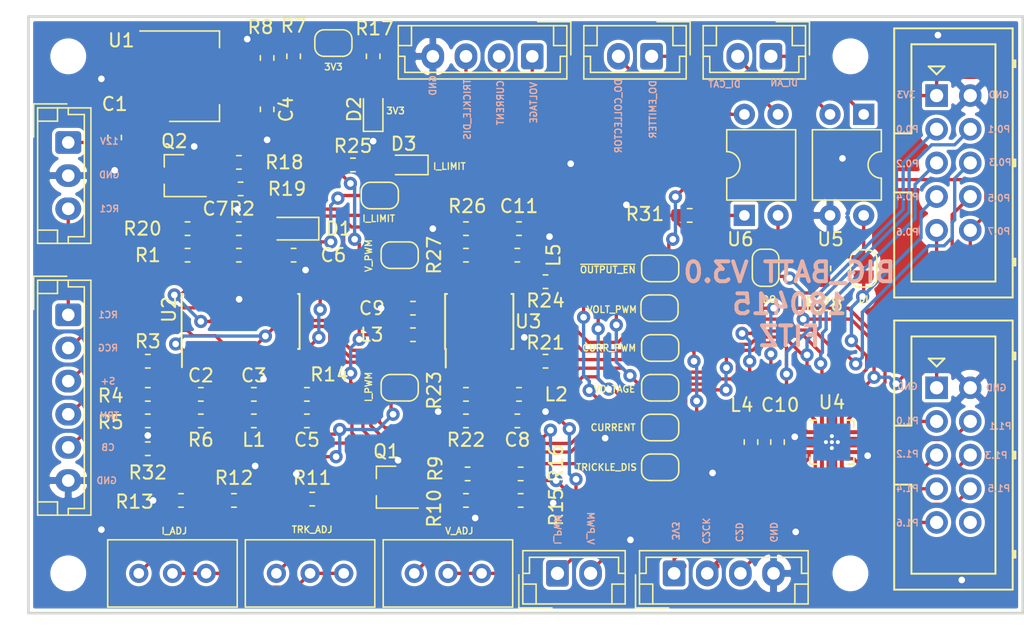
<source format=kicad_pcb>
(kicad_pcb (version 20171130) (host pcbnew 6.0.0-rc1-unknown-179dfa0~84~ubuntu18.04.1)
  (layers (0 F.Cu signal) (31 B.Cu signal) (34 B.Paste user hide) (35 F.Paste user hide) (36 B.SilkS user hide) (37 F.SilkS user) (38 B.Mask user) (39 F.Mask user hide) (44 Edge.Cuts user))
  (net 0 "")
  (net 1 "Net-(C2-Pad2)")
  (net 2 /CURRENT)
  (net 3 GND)
  (net 4 "Net-(C6-Pad1)")
  (net 5 +3V3)
  (net 6 "Net-(D1-Pad1)")
  (net 7 "Net-(C5-Pad1)")
  (net 8 "Net-(C5-Pad2)")
  (net 9 "Net-(Q1-Pad3)")
  (net 10 "Net-(R7-Pad2)")
  (net 11 /S+)
  (net 12 /CB)
  (net 13 "Net-(R3-Pad1)")
  (net 14 /TRICKLE_DIS)
  (net 15 +12V)
  (net 16 "Net-(C3-Pad1)")
  (net 17 /TRM)
  (net 18 "Net-(C7-Pad1)")
  (net 19 /CURRENT_PWM)
  (net 20 "Net-(L2-Pad1)")
  (net 21 "Net-(Q2-Pad1)")
  (net 22 "Net-(R26-Pad1)")
  (net 23 "Net-(D3-Pad2)")
  (net 24 "Net-(L5-Pad1)")
  (net 25 /VOLTAGE_PWM)
  (net 26 "Net-(R22-Pad1)")
  (net 27 /~OUTPUT_EN)
  (net 28 "Net-(D2-Pad2)")
  (net 29 "Net-(R16-Pad1)")
  (net 30 "Net-(R11-Pad2)")
  (net 31 "Net-(R13-Pad1)")
  (net 32 /RCG)
  (net 33 "Net-(C8-Pad2)")
  (net 34 "Net-(C11-Pad2)")
  (net 35 "Net-(C9-Pad1)")
  (net 36 /VOLTAGE)
  (net 37 /P0.1)
  (net 38 /P0.0)
  (net 39 "Net-(C10-Pad1)")
  (net 40 /C2CK)
  (net 41 /C2D)
  (net 42 /P1.6)
  (net 43 /P1.5)
  (net 44 /P1.4)
  (net 45 /P1.3)
  (net 46 /P1.2)
  (net 47 /P1.1)
  (net 48 /P1.0)
  (net 49 /P0.7)
  (net 50 /P0.6)
  (net 51 /P0.5)
  (net 52 /P0.4)
  (net 53 /P0.3)
  (net 54 /P0.2)
  (net 55 /RC1)
  (net 56 "Net-(C4-Pad1)")
  (net 57 /DI)
  (net 58 "Net-(Q1-Pad1)")
  (net 59 /DO)
  (net 60 /I_PWM)
  (net 61 /V_PWM)
  (net 62 /DO_ANODE)
  (net 63 /DI_CATHODE)
  (net 64 /DI_ANODE)
  (net 65 /DO_EMITTER)
  (net 66 /DO_COLLECTOR)
  (net 67 /I_LIMIT)
  (module Diode_SMD:D_SOD-323_HandSoldering (layer F.Cu) (at 20 16 180)
    (fp_text reference D1 (at -3.4 0 180) (layer F.SilkS))
    (fp_text value D_Schottky_Small)
    (pad 2 smd rect (at 1.25 0 180) (size 1 1) (layers F.Cu F.Paste F.Mask) (net 4 "Net-(C6-Pad1)"))
    (pad 1 smd rect (at -1.25 0 180) (size 1 1) (layers F.Cu F.Paste F.Mask) (net 6 "Net-(D1-Pad1)"))
  )
  (module Package_DFN_QFN:SiliconLabs_QFN-20-1EP_3x3mm_P0.5mm_ThermalVias (layer F.Cu) (at 60.6 32.1)
    (fp_text reference U4 (at 0 -3) (layer F.SilkS))
    (fp_text value EFM8BB10F2G-A-QFN20)
    (pad 1 smd rect (at -1.25 -1.25) (size 0.3 0.3) (layers F.Cu F.Paste F.Mask) (net 37 /P0.1))
    (pad 2 smd rect (at -1.55 -0.75) (size 0.9 0.3) (layers F.Cu F.Paste F.Mask) (net 38 /P0.0))
    (pad 3 smd rect (at -1.55 -0.25) (size 0.9 0.3) (layers F.Cu F.Paste F.Mask) (net 3 GND))
    (pad 4 smd rect (at -1.55 0.25) (size 0.9 0.3) (layers F.Cu F.Paste F.Mask) (net 39 "Net-(C10-Pad1)"))
    (pad 5 smd rect (at -1.55 0.75) (size 0.9 0.3) (layers F.Cu F.Paste F.Mask) (net 40 /C2CK))
    (pad 6 smd rect (at -1.25 1.25) (size 0.3 0.3) (layers F.Cu F.Paste F.Mask) (net 41 /C2D))
    (pad 7 smd rect (at -0.75 1.55 90) (size 0.9 0.3) (layers F.Cu F.Paste F.Mask) (net 42 /P1.6))
    (pad 8 smd rect (at -0.25 1.55 90) (size 0.9 0.3) (layers F.Cu F.Paste F.Mask) (net 43 /P1.5))
    (pad 9 smd rect (at 0.25 1.55 90) (size 0.9 0.3) (layers F.Cu F.Paste F.Mask) (net 44 /P1.4))
    (pad 10 smd rect (at 0.75 1.55 90) (size 0.9 0.3) (layers F.Cu F.Paste F.Mask) (net 45 /P1.3))
    (pad 11 smd rect (at 1.25 1.25) (size 0.3 0.3) (layers F.Cu F.Paste F.Mask) (net 46 /P1.2))
    (pad 12 smd rect (at 1.55 0.75) (size 0.9 0.3) (layers F.Cu F.Paste F.Mask) (net 3 GND))
    (pad 13 smd rect (at 1.55 0.25) (size 0.9 0.3) (layers F.Cu F.Paste F.Mask) (net 47 /P1.1))
    (pad 14 smd rect (at 1.55 -0.25) (size 0.9 0.3) (layers F.Cu F.Paste F.Mask) (net 48 /P1.0))
    (pad 15 smd rect (at 1.55 -0.75) (size 0.9 0.3) (layers F.Cu F.Paste F.Mask) (net 49 /P0.7))
    (pad 16 smd rect (at 1.25 -1.25) (size 0.3 0.3) (layers F.Cu F.Paste F.Mask) (net 50 /P0.6))
    (pad 17 smd rect (at 0.75 -1.55 90) (size 0.9 0.3) (layers F.Cu F.Paste F.Mask) (net 51 /P0.5))
    (pad 18 smd rect (at 0.25 -1.55 90) (size 0.9 0.3) (layers F.Cu F.Paste F.Mask) (net 52 /P0.4))
    (pad 19 smd rect (at -0.25 -1.55 90) (size 0.9 0.3) (layers F.Cu F.Paste F.Mask) (net 53 /P0.3))
    (pad 20 smd rect (at -0.75 -1.55 90) (size 0.9 0.3) (layers F.Cu F.Paste F.Mask) (net 54 /P0.2))
    (pad 21 smd rect (at 0 0) (size 2.8 2.8) (layers B.Cu) (net 3 GND))
    (pad 21 smd rect (at 0 0) (size 1.8 1.8) (layers F.Cu F.Mask) (net 3 GND))
    (pad 21 thru_hole circle (at -0.45 0) (size 0.6 0.6) (drill 0.3) (layers *.Cu) (net 3 GND))
    (pad 21 thru_hole circle (at 0 -0.45) (size 0.6 0.6) (drill 0.3) (layers *.Cu) (net 3 GND))
    (pad 21 thru_hole circle (at 0 0) (size 0.6 0.6) (drill 0.3) (layers *.Cu) (net 3 GND))
    (pad 21 thru_hole circle (at 0 0.45) (size 0.6 0.6) (drill 0.3) (layers *.Cu) (net 3 GND))
    (pad 21 thru_hole circle (at 0.45 0) (size 0.6 0.6) (drill 0.3) (layers *.Cu) (net 3 GND))
  )
  (module Resistor_SMD:R_0603_1608Metric_Pad1.05x0.95mm_HandSolder (layer F.Cu) (at 9 32.6 180)
    (fp_text reference R32 (at 0 -1.8 180) (layer F.SilkS))
    (fp_text value "500K 1%")
    (pad 2 smd roundrect (at 0.875 0 180) (size 1.05 0.95) (layers F.Cu F.Paste F.Mask) (net 3 GND))
    (pad 1 smd roundrect (at -0.875 0 180) (size 1.05 0.95) (layers F.Cu F.Paste F.Mask) (net 13 "Net-(R3-Pad1)"))
  )
  (module Connector_JST:JST_EH_B02B-EH-A_1x02_P2.50mm_Vertical (layer F.Cu) (at 39.9 42)
    (fp_text reference J9 hide)
    (fp_text value CONN)
    (pad 1 thru_hole roundrect (at 0 0) (size 1.7 2) (drill 1) (layers *.Cu *.Mask) (roundrect_rratio 0.147059) (net 19 /CURRENT_PWM))
    (pad 2 thru_hole oval (at 2.5 0) (size 1.7 2) (drill 1) (layers *.Cu *.Mask) (net 25 /VOLTAGE_PWM))
  )
  (module Resistor_SMD:R_0603_1608Metric_Pad1.05x0.95mm_HandSolder (layer F.Cu) (at 49.875 15 180)
    (fp_text reference R31 (at 3.375 0.1 180) (layer F.SilkS))
    (fp_text value "1K 1%")
    (pad 1 smd roundrect (at -0.875 0 180) (size 1.05 0.95) (layers F.Cu F.Paste F.Mask) (net 62 /DO_ANODE))
    (pad 2 smd roundrect (at 0.875 0 180) (size 1.05 0.95) (layers F.Cu F.Paste F.Mask) (net 5 +3V3))
  )
  (module MountingHole:MountingHole_2.2mm_M2 (layer F.Cu) (at 62 42)
    (fp_text reference H3 hide)
    (fp_text value MountingHole)
    (pad 1 np_thru_hole circle (at 0 0) (size 2.2 2.2) (drill 2.2) (layers *.Cu *.Mask))
  )
  (module MountingHole:MountingHole_2.2mm_M2 (layer F.Cu) (at 3 42)
    (fp_text reference H2 hide)
    (fp_text value MountingHole)
    (pad 1 np_thru_hole circle (at 0 0) (size 2.2 2.2) (drill 2.2) (layers *.Cu *.Mask))
  )
  (module MountingHole:MountingHole_2.2mm_M2 (layer F.Cu) (at 62 3)
    (fp_text reference H4 hide)
    (fp_text value MountingHole)
    (pad 1 np_thru_hole circle (at 0 0) (size 2.2 2.2) (drill 2.2) (layers *.Cu *.Mask))
  )
  (module MountingHole:MountingHole_2.2mm_M2 (layer F.Cu) (at 3 3)
    (fp_text reference H1 hide)
    (fp_text value MountingHole)
    (pad 1 np_thru_hole circle (at 0 0) (size 2.2 2.2) (drill 2.2) (layers *.Cu *.Mask))
  )
  (module Connector_JST:JST_EH_B02B-EH-A_1x02_P2.50mm_Vertical (layer F.Cu) (at 56 3 180)
    (fp_text reference J7 hide)
    (fp_text value CONN)
    (pad 2 thru_hole oval (at 2.5 0 180) (size 1.7 2) (drill 1) (layers *.Cu *.Mask) (net 63 /DI_CATHODE))
    (pad 1 thru_hole roundrect (at 0 0 180) (size 1.7 2) (drill 1) (layers *.Cu *.Mask) (roundrect_rratio 0.147059) (net 64 /DI_ANODE))
  )
  (module Connector_JST:JST_EH_B02B-EH-A_1x02_P2.50mm_Vertical (layer F.Cu) (at 47 3 180)
    (fp_text reference J8 hide)
    (fp_text value CONN)
    (pad 1 thru_hole roundrect (at 0 0 180) (size 1.7 2) (drill 1) (layers *.Cu *.Mask) (roundrect_rratio 0.147059) (net 65 /DO_EMITTER))
    (pad 2 thru_hole oval (at 2.5 0 180) (size 1.7 2) (drill 1) (layers *.Cu *.Mask) (net 66 /DO_COLLECTOR))
  )
  (module Jumper:SolderJumper-2_P1.3mm_Open_RoundedPad1.0x1.5mm (layer F.Cu) (at 47.6 22)
    (fp_text reference JP11 hide)
    (fp_text value Jumper_NO_Small)
    (pad 2 smd custom (at 0.65 0) (size 1 0.5) (layers F.Cu F.Mask) (net 50 /P0.6) (options (clearance outline) (anchor rect)) (primitives (gr_circle (center 0 0.25) (end 0.5 0.25) (width 0)) (gr_circle (center 0 -0.25) (end 0.5 -0.25) (width 0)) (gr_poly (pts (xy 0 -0.75) (xy -0.5 -0.75) (xy -0.5 0.75) (xy 0 0.75)) (width 0))))
    (pad 1 smd custom (at -0.65 0) (size 1 0.5) (layers F.Cu F.Mask) (net 25 /VOLTAGE_PWM) (options (clearance outline) (anchor rect)) (primitives (gr_circle (center 0 0.25) (end 0.5 0.25) (width 0)) (gr_circle (center 0 -0.25) (end 0.5 -0.25) (width 0)) (gr_poly (pts (xy 0 -0.75) (xy 0.5 -0.75) (xy 0.5 0.75) (xy 0 0.75)) (width 0))))
  )
  (module Jumper:SolderJumper-2_P1.3mm_Open_RoundedPad1.0x1.5mm (layer F.Cu) (at 47.65 19)
    (fp_text reference JP12 hide)
    (fp_text value Jumper_NO_Small)
    (pad 1 smd custom (at -0.65 0) (size 1 0.5) (layers F.Cu F.Mask) (net 27 /~OUTPUT_EN) (options (clearance outline) (anchor rect)) (primitives (gr_circle (center 0 0.25) (end 0.5 0.25) (width 0)) (gr_circle (center 0 -0.25) (end 0.5 -0.25) (width 0)) (gr_poly (pts (xy 0 -0.75) (xy 0.5 -0.75) (xy 0.5 0.75) (xy 0 0.75)) (width 0))))
    (pad 2 smd custom (at 0.65 0) (size 1 0.5) (layers F.Cu F.Mask) (net 49 /P0.7) (options (clearance outline) (anchor rect)) (primitives (gr_circle (center 0 0.25) (end 0.5 0.25) (width 0)) (gr_circle (center 0 -0.25) (end 0.5 -0.25) (width 0)) (gr_poly (pts (xy 0 -0.75) (xy -0.5 -0.75) (xy -0.5 0.75) (xy 0 0.75)) (width 0))))
  )
  (module Package_DIP:DIP-4_W7.62mm (layer F.Cu) (at 63 7.38 270)
    (fp_text reference U5 (at 9.42 2.5) (layer F.SilkS))
    (fp_text value PC817)
    (pad 4 thru_hole oval (at 7.62 0 270) (size 1.6 1.6) (drill 0.8) (layers *.Cu *.Mask) (net 57 /DI))
    (pad 2 thru_hole oval (at 0 2.54 270) (size 1.6 1.6) (drill 0.8) (layers *.Cu *.Mask) (net 63 /DI_CATHODE))
    (pad 3 thru_hole oval (at 7.62 2.54 270) (size 1.6 1.6) (drill 0.8) (layers *.Cu *.Mask) (net 3 GND))
    (pad 1 thru_hole rect (at 0 0 270) (size 1.6 1.6) (drill 0.8) (layers *.Cu *.Mask) (net 64 /DI_ANODE))
  )
  (module Package_DIP:DIP-4_W7.62mm (layer F.Cu) (at 54 15 90)
    (fp_text reference U6 (at -1.8 -0.3 180) (layer F.SilkS))
    (fp_text value PC817)
    (pad 1 thru_hole rect (at 0 0 90) (size 1.6 1.6) (drill 0.8) (layers *.Cu *.Mask) (net 62 /DO_ANODE))
    (pad 3 thru_hole oval (at 7.62 2.54 90) (size 1.6 1.6) (drill 0.8) (layers *.Cu *.Mask) (net 65 /DO_EMITTER))
    (pad 2 thru_hole oval (at 0 2.54 90) (size 1.6 1.6) (drill 0.8) (layers *.Cu *.Mask) (net 59 /DO))
    (pad 4 thru_hole oval (at 7.62 0 90) (size 1.6 1.6) (drill 0.8) (layers *.Cu *.Mask) (net 66 /DO_COLLECTOR))
  )
  (module Resistor_SMD:R_0603_1608Metric_Pad1.05x0.95mm_HandSolder (layer F.Cu) (at 60 19 270)
    (fp_text reference R28 (at 2.7 0) (layer F.SilkS))
    (fp_text value "1K %1")
    (pad 1 smd roundrect (at -0.875 0 270) (size 1.05 0.95) (layers F.Cu F.Paste F.Mask) (net 57 /DI))
    (pad 2 smd roundrect (at 0.875 0 270) (size 1.05 0.95) (layers F.Cu F.Paste F.Mask) (net 5 +3V3))
  )
  (module Capacitor_SMD:C_0603_1608Metric_Pad1.05x0.95mm_HandSolder (layer F.Cu) (at 37 16 180)
    (fp_text reference C11 (at 0 1.7 180) (layer F.SilkS))
    (fp_text value 1uF)
    (pad 2 smd roundrect (at 0.875 0 180) (size 1.05 0.95) (layers F.Cu F.Paste F.Mask) (net 34 "Net-(C11-Pad2)"))
    (pad 1 smd roundrect (at -0.875 0 180) (size 1.05 0.95) (layers F.Cu F.Paste F.Mask) (net 3 GND))
  )
  (module Capacitor_SMD:C_0603_1608Metric_Pad1.05x0.95mm_HandSolder (layer F.Cu) (at 56.5 32.1 90)
    (fp_text reference C10 (at 2.8 0.2 180) (layer F.SilkS))
    (fp_text value 0.1uF)
    (pad 1 smd roundrect (at -0.875 0 90) (size 1.05 0.95) (layers F.Cu F.Paste F.Mask) (net 39 "Net-(C10-Pad1)"))
    (pad 2 smd roundrect (at 0.875 0 90) (size 1.05 0.95) (layers F.Cu F.Paste F.Mask) (net 3 GND))
  )
  (module Capacitor_SMD:C_0603_1608Metric_Pad1.05x0.95mm_HandSolder (layer F.Cu) (at 29 22 180)
    (fp_text reference C9 (at 3.1 0 180) (layer F.SilkS))
    (fp_text value 0.1uF)
    (pad 2 smd roundrect (at 0.875 0 180) (size 1.05 0.95) (layers F.Cu F.Paste F.Mask) (net 3 GND))
    (pad 1 smd roundrect (at -0.875 0 180) (size 1.05 0.95) (layers F.Cu F.Paste F.Mask) (net 35 "Net-(C9-Pad1)"))
  )
  (module Capacitor_SMD:C_0603_1608Metric_Pad1.05x0.95mm_HandSolder (layer F.Cu) (at 36.875 30.5 180)
    (fp_text reference C8 (at 0 -1.43 180) (layer F.SilkS))
    (fp_text value 1uF)
    (pad 1 smd roundrect (at -0.875 0 180) (size 1.05 0.95) (layers F.Cu F.Paste F.Mask) (net 3 GND))
    (pad 2 smd roundrect (at 0.875 0 180) (size 1.05 0.95) (layers F.Cu F.Paste F.Mask) (net 33 "Net-(C8-Pad2)"))
  )
  (module Connector_JST:JST_EH_B03B-EH-A_1x03_P2.50mm_Vertical (layer F.Cu) (at 3 9.5 270)
    (fp_text reference J1 hide)
    (fp_text value CONN)
    (pad 1 thru_hole roundrect (at 0 0 270) (size 1.7 1.95) (drill 0.95) (layers *.Cu *.Mask) (roundrect_rratio 0.147059) (net 15 +12V))
    (pad 2 thru_hole oval (at 2.5 0 270) (size 1.7 1.95) (drill 0.95) (layers *.Cu *.Mask) (net 3 GND))
    (pad 3 thru_hole oval (at 5 0 270) (size 1.7 1.95) (drill 0.95) (layers *.Cu *.Mask) (net 55 /RC1))
  )
  (module Connector_JST:JST_EH_B04B-EH-A_1x04_P2.50mm_Vertical (layer F.Cu) (at 48.7 42)
    (fp_text reference J6 hide)
    (fp_text value CONN)
    (pad 4 thru_hole oval (at 7.5 0) (size 1.7 1.95) (drill 0.95) (layers *.Cu *.Mask) (net 3 GND))
    (pad 3 thru_hole oval (at 5 0) (size 1.7 1.95) (drill 0.95) (layers *.Cu *.Mask) (net 41 /C2D))
    (pad 2 thru_hole oval (at 2.5 0) (size 1.7 1.95) (drill 0.95) (layers *.Cu *.Mask) (net 40 /C2CK))
    (pad 1 thru_hole roundrect (at 0 0) (size 1.7 1.95) (drill 0.95) (layers *.Cu *.Mask) (roundrect_rratio 0.147059) (net 5 +3V3))
  )
  (module Connector_JST:JST_EH_B04B-EH-A_1x04_P2.50mm_Vertical (layer F.Cu) (at 38 3 180)
    (fp_text reference J3 hide)
    (fp_text value CONN)
    (pad 1 thru_hole roundrect (at 0 0 180) (size 1.7 1.95) (drill 0.95) (layers *.Cu *.Mask) (roundrect_rratio 0.147059) (net 36 /VOLTAGE))
    (pad 2 thru_hole oval (at 2.5 0 180) (size 1.7 1.95) (drill 0.95) (layers *.Cu *.Mask) (net 2 /CURRENT))
    (pad 3 thru_hole oval (at 5 0 180) (size 1.7 1.95) (drill 0.95) (layers *.Cu *.Mask) (net 14 /TRICKLE_DIS))
    (pad 4 thru_hole oval (at 7.5 0 180) (size 1.7 1.95) (drill 0.95) (layers *.Cu *.Mask) (net 3 GND))
  )
  (module Connector_JST:JST_EH_B06B-EH-A_1x06_P2.50mm_Vertical (layer F.Cu) (at 3 22.5 270)
    (fp_text reference J2 hide)
    (fp_text value CN2)
    (pad 1 thru_hole roundrect (at 0 0 270) (size 1.7 1.95) (drill 0.95) (layers *.Cu *.Mask) (roundrect_rratio 0.147059) (net 55 /RC1))
    (pad 2 thru_hole oval (at 2.5 0 270) (size 1.7 1.95) (drill 0.95) (layers *.Cu *.Mask) (net 32 /RCG))
    (pad 3 thru_hole oval (at 5 0 270) (size 1.7 1.95) (drill 0.95) (layers *.Cu *.Mask) (net 11 /S+))
    (pad 4 thru_hole oval (at 7.5 0 270) (size 1.7 1.95) (drill 0.95) (layers *.Cu *.Mask) (net 17 /TRM))
    (pad 5 thru_hole oval (at 10 0 270) (size 1.7 1.95) (drill 0.95) (layers *.Cu *.Mask) (net 12 /CB))
    (pad 6 thru_hole oval (at 12.5 0 270) (size 1.7 1.95) (drill 0.95) (layers *.Cu *.Mask) (net 3 GND))
  )
  (module Connector_Multicomp:Multicomp_MC9A12-1034_2x05_P2.54mm_Vertical (layer F.Cu) (at 68.5 28 270)
    (fp_text reference J4 hide)
    (fp_text value P1)
    (pad 10 thru_hole circle (at 10.16 -2.54 270) (size 1.7 1.7) (drill 1) (layers *.Cu *.Mask))
    (pad 9 thru_hole circle (at 10.16 0 270) (size 1.7 1.7) (drill 1) (layers *.Cu *.Mask) (net 42 /P1.6))
    (pad 8 thru_hole circle (at 7.62 -2.54 270) (size 1.7 1.7) (drill 1) (layers *.Cu *.Mask) (net 43 /P1.5))
    (pad 7 thru_hole circle (at 7.62 0 270) (size 1.7 1.7) (drill 1) (layers *.Cu *.Mask) (net 44 /P1.4))
    (pad 6 thru_hole circle (at 5.08 -2.54 270) (size 1.7 1.7) (drill 1) (layers *.Cu *.Mask) (net 45 /P1.3))
    (pad 5 thru_hole circle (at 5.08 0 270) (size 1.7 1.7) (drill 1) (layers *.Cu *.Mask) (net 46 /P1.2))
    (pad 4 thru_hole circle (at 2.54 -2.54 270) (size 1.7 1.7) (drill 1) (layers *.Cu *.Mask) (net 47 /P1.1))
    (pad 3 thru_hole circle (at 2.54 0 270) (size 1.7 1.7) (drill 1) (layers *.Cu *.Mask) (net 48 /P1.0))
    (pad 2 thru_hole circle (at 0 -2.54 270) (size 1.7 1.7) (drill 1) (layers *.Cu *.Mask) (net 3 GND))
    (pad 1 thru_hole rect (at 0 0 270) (size 1.7 1.7) (drill 1) (layers *.Cu *.Mask) (net 5 +3V3))
  )
  (module Connector_Multicomp:Multicomp_MC9A12-1034_2x05_P2.54mm_Vertical (layer F.Cu) (at 68.5 5.96 270)
    (fp_text reference J5 hide)
    (fp_text value P0)
    (pad 1 thru_hole rect (at 0 0 270) (size 1.7 1.7) (drill 1) (layers *.Cu *.Mask) (net 5 +3V3))
    (pad 2 thru_hole circle (at 0 -2.54 270) (size 1.7 1.7) (drill 1) (layers *.Cu *.Mask) (net 3 GND))
    (pad 3 thru_hole circle (at 2.54 0 270) (size 1.7 1.7) (drill 1) (layers *.Cu *.Mask) (net 38 /P0.0))
    (pad 4 thru_hole circle (at 2.54 -2.54 270) (size 1.7 1.7) (drill 1) (layers *.Cu *.Mask) (net 37 /P0.1))
    (pad 5 thru_hole circle (at 5.08 0 270) (size 1.7 1.7) (drill 1) (layers *.Cu *.Mask) (net 54 /P0.2))
    (pad 6 thru_hole circle (at 5.08 -2.54 270) (size 1.7 1.7) (drill 1) (layers *.Cu *.Mask) (net 53 /P0.3))
    (pad 7 thru_hole circle (at 7.62 0 270) (size 1.7 1.7) (drill 1) (layers *.Cu *.Mask) (net 52 /P0.4))
    (pad 8 thru_hole circle (at 7.62 -2.54 270) (size 1.7 1.7) (drill 1) (layers *.Cu *.Mask) (net 51 /P0.5))
    (pad 9 thru_hole circle (at 10.16 0 270) (size 1.7 1.7) (drill 1) (layers *.Cu *.Mask) (net 50 /P0.6))
    (pad 10 thru_hole circle (at 10.16 -2.54 270) (size 1.7 1.7) (drill 1) (layers *.Cu *.Mask) (net 49 /P0.7))
  )
  (module Inductor_SMD:L_0603_1608Metric_Pad1.05x0.95mm_HandSolder (layer F.Cu) (at 54.5 32.1 270)
    (fp_text reference L4 (at -2.8 0.7) (layer F.SilkS))
    (fp_text value L_Core_Ferrite_Small)
    (pad 2 smd roundrect (at 0.875 0 270) (size 1.05 0.95) (layers F.Cu F.Paste F.Mask) (net 39 "Net-(C10-Pad1)"))
    (pad 1 smd roundrect (at -0.875 0 270) (size 1.05 0.95) (layers F.Cu F.Paste F.Mask) (net 5 +3V3))
  )
  (module Inductor_SMD:L_0603_1608Metric_Pad1.05x0.95mm_HandSolder (layer F.Cu) (at 36.875 18 180)
    (fp_text reference L5 (at -2.725 0 270) (layer F.SilkS))
    (fp_text value 100nh)
    (pad 1 smd roundrect (at -0.875 0 180) (size 1.05 0.95) (layers F.Cu F.Paste F.Mask) (net 24 "Net-(L5-Pad1)"))
    (pad 2 smd roundrect (at 0.875 0 180) (size 1.05 0.95) (layers F.Cu F.Paste F.Mask) (net 34 "Net-(C11-Pad2)"))
  )
  (module Inductor_SMD:L_0603_1608Metric_Pad1.05x0.95mm_HandSolder (layer F.Cu) (at 29 24)
    (fp_text reference L3 (at -3.1 0) (layer F.SilkS))
    (fp_text value L_Core_Ferrite_Small)
    (pad 2 smd roundrect (at 0.875 0) (size 1.05 0.95) (layers F.Cu F.Paste F.Mask) (net 35 "Net-(C9-Pad1)"))
    (pad 1 smd roundrect (at -0.875 0) (size 1.05 0.95) (layers F.Cu F.Paste F.Mask) (net 5 +3V3))
  )
  (module Inductor_SMD:L_0603_1608Metric_Pad1.05x0.95mm_HandSolder (layer F.Cu) (at 37 28.5 180)
    (fp_text reference L2 (at -2.8 0 180) (layer F.SilkS))
    (fp_text value 100nh)
    (pad 2 smd roundrect (at 0.875 0 180) (size 1.05 0.95) (layers F.Cu F.Paste F.Mask) (net 33 "Net-(C8-Pad2)"))
    (pad 1 smd roundrect (at -0.875 0 180) (size 1.05 0.95) (layers F.Cu F.Paste F.Mask) (net 20 "Net-(L2-Pad1)"))
  )
  (module Jumper:SolderJumper-2_P1.3mm_Open_RoundedPad1.0x1.5mm (layer F.Cu) (at 28 18 180)
    (fp_text reference JP10 hide)
    (fp_text value Jumper_NO_Small)
    (pad 2 smd custom (at 0.65 0 180) (size 1 0.5) (layers F.Cu F.Mask) (net 4 "Net-(C6-Pad1)") (options (clearance outline) (anchor rect)) (primitives (gr_circle (center 0 0.25) (end 0.5 0.25) (width 0)) (gr_circle (center 0 -0.25) (end 0.5 -0.25) (width 0)) (gr_poly (pts (xy 0 -0.75) (xy -0.5 -0.75) (xy -0.5 0.75) (xy 0 0.75)) (width 0))))
    (pad 1 smd custom (at -0.65 0 180) (size 1 0.5) (layers F.Cu F.Mask) (net 61 /V_PWM) (options (clearance outline) (anchor rect)) (primitives (gr_circle (center 0 0.25) (end 0.5 0.25) (width 0)) (gr_circle (center 0 -0.25) (end 0.5 -0.25) (width 0)) (gr_poly (pts (xy 0 -0.75) (xy 0.5 -0.75) (xy 0.5 0.75) (xy 0 0.75)) (width 0))))
  )
  (module Jumper:SolderJumper-2_P1.3mm_Open_RoundedPad1.0x1.5mm (layer F.Cu) (at 26.5 13.5)
    (fp_text reference JP9 hide)
    (fp_text value Jumper_NO_Small)
    (pad 1 smd custom (at -0.65 0) (size 1 0.5) (layers F.Cu F.Mask) (net 6 "Net-(D1-Pad1)") (options (clearance outline) (anchor rect)) (primitives (gr_circle (center 0 0.25) (end 0.5 0.25) (width 0)) (gr_circle (center 0 -0.25) (end 0.5 -0.25) (width 0)) (gr_poly (pts (xy 0 -0.75) (xy 0.5 -0.75) (xy 0.5 0.75) (xy 0 0.75)) (width 0))))
    (pad 2 smd custom (at 0.65 0) (size 1 0.5) (layers F.Cu F.Mask) (net 67 /I_LIMIT) (options (clearance outline) (anchor rect)) (primitives (gr_circle (center 0 0.25) (end 0.5 0.25) (width 0)) (gr_circle (center 0 -0.25) (end 0.5 -0.25) (width 0)) (gr_poly (pts (xy 0 -0.75) (xy -0.5 -0.75) (xy -0.5 0.75) (xy 0 0.75)) (width 0))))
  )
  (module Jumper:SolderJumper-2_P1.3mm_Open_RoundedPad1.0x1.5mm (layer F.Cu) (at 28 28 180)
    (fp_text reference JP8 hide)
    (fp_text value Jumper_NO_Small)
    (pad 2 smd custom (at 0.65 0 180) (size 1 0.5) (layers F.Cu F.Mask) (net 8 "Net-(C5-Pad2)") (options (clearance outline) (anchor rect)) (primitives (gr_circle (center 0 0.25) (end 0.5 0.25) (width 0)) (gr_circle (center 0 -0.25) (end 0.5 -0.25) (width 0)) (gr_poly (pts (xy 0 -0.75) (xy -0.5 -0.75) (xy -0.5 0.75) (xy 0 0.75)) (width 0))))
    (pad 1 smd custom (at -0.65 0 180) (size 1 0.5) (layers F.Cu F.Mask) (net 60 /I_PWM) (options (clearance outline) (anchor rect)) (primitives (gr_circle (center 0 0.25) (end 0.5 0.25) (width 0)) (gr_circle (center 0 -0.25) (end 0.5 -0.25) (width 0)) (gr_poly (pts (xy 0 -0.75) (xy 0.5 -0.75) (xy 0.5 0.75) (xy 0 0.75)) (width 0))))
  )
  (module Jumper:SolderJumper-2_P1.3mm_Open_RoundedPad1.0x1.5mm (layer F.Cu) (at 55.6 18.95 270)
    (fp_text reference JP7 hide)
    (fp_text value Jumper_NO_Small)
    (pad 1 smd custom (at -0.65 0 270) (size 1 0.5) (layers F.Cu F.Mask) (net 59 /DO) (options (clearance outline) (anchor rect)) (primitives (gr_circle (center 0 0.25) (end 0.5 0.25) (width 0)) (gr_circle (center 0 -0.25) (end 0.5 -0.25) (width 0)) (gr_poly (pts (xy 0 -0.75) (xy 0.5 -0.75) (xy 0.5 0.75) (xy 0 0.75)) (width 0))))
    (pad 2 smd custom (at 0.65 0 270) (size 1 0.5) (layers F.Cu F.Mask) (net 51 /P0.5) (options (clearance outline) (anchor rect)) (primitives (gr_circle (center 0 0.25) (end 0.5 0.25) (width 0)) (gr_circle (center 0 -0.25) (end 0.5 -0.25) (width 0)) (gr_poly (pts (xy 0 -0.75) (xy -0.5 -0.75) (xy -0.5 0.75) (xy 0 0.75)) (width 0))))
  )
  (module Jumper:SolderJumper-2_P1.3mm_Open_RoundedPad1.0x1.5mm (layer F.Cu) (at 47.65 25)
    (fp_text reference JP5 hide)
    (fp_text value Jumper_NO_Small)
    (pad 2 smd custom (at 0.65 0) (size 1 0.5) (layers F.Cu F.Mask) (net 53 /P0.3) (options (clearance outline) (anchor rect)) (primitives (gr_circle (center 0 0.25) (end 0.5 0.25) (width 0)) (gr_circle (center 0 -0.25) (end 0.5 -0.25) (width 0)) (gr_poly (pts (xy 0 -0.75) (xy -0.5 -0.75) (xy -0.5 0.75) (xy 0 0.75)) (width 0))))
    (pad 1 smd custom (at -0.65 0) (size 1 0.5) (layers F.Cu F.Mask) (net 19 /CURRENT_PWM) (options (clearance outline) (anchor rect)) (primitives (gr_circle (center 0 0.25) (end 0.5 0.25) (width 0)) (gr_circle (center 0 -0.25) (end 0.5 -0.25) (width 0)) (gr_poly (pts (xy 0 -0.75) (xy 0.5 -0.75) (xy 0.5 0.75) (xy 0 0.75)) (width 0))))
  )
  (module Jumper:SolderJumper-2_P1.3mm_Open_RoundedPad1.0x1.5mm (layer F.Cu) (at 47.65 34)
    (fp_text reference JP4 hide)
    (fp_text value Jumper_NO_Small)
    (pad 1 smd custom (at -0.65 0) (size 1 0.5) (layers F.Cu F.Mask) (net 14 /TRICKLE_DIS) (options (clearance outline) (anchor rect)) (primitives (gr_circle (center 0 0.25) (end 0.5 0.25) (width 0)) (gr_circle (center 0 -0.25) (end 0.5 -0.25) (width 0)) (gr_poly (pts (xy 0 -0.75) (xy 0.5 -0.75) (xy 0.5 0.75) (xy 0 0.75)) (width 0))))
    (pad 2 smd custom (at 0.65 0) (size 1 0.5) (layers F.Cu F.Mask) (net 54 /P0.2) (options (clearance outline) (anchor rect)) (primitives (gr_circle (center 0 0.25) (end 0.5 0.25) (width 0)) (gr_circle (center 0 -0.25) (end 0.5 -0.25) (width 0)) (gr_poly (pts (xy 0 -0.75) (xy -0.5 -0.75) (xy -0.5 0.75) (xy 0 0.75)) (width 0))))
  )
  (module Jumper:SolderJumper-2_P1.3mm_Open_RoundedPad1.0x1.5mm (layer F.Cu) (at 47.65 31)
    (fp_text reference JP3 hide)
    (fp_text value Jumper_NO_Small)
    (pad 2 smd custom (at 0.65 0) (size 1 0.5) (layers F.Cu F.Mask) (net 37 /P0.1) (options (clearance outline) (anchor rect)) (primitives (gr_circle (center 0 0.25) (end 0.5 0.25) (width 0)) (gr_circle (center 0 -0.25) (end 0.5 -0.25) (width 0)) (gr_poly (pts (xy 0 -0.75) (xy -0.5 -0.75) (xy -0.5 0.75) (xy 0 0.75)) (width 0))))
    (pad 1 smd custom (at -0.65 0) (size 1 0.5) (layers F.Cu F.Mask) (net 2 /CURRENT) (options (clearance outline) (anchor rect)) (primitives (gr_circle (center 0 0.25) (end 0.5 0.25) (width 0)) (gr_circle (center 0 -0.25) (end 0.5 -0.25) (width 0)) (gr_poly (pts (xy 0 -0.75) (xy 0.5 -0.75) (xy 0.5 0.75) (xy 0 0.75)) (width 0))))
  )
  (module Jumper:SolderJumper-2_P1.3mm_Open_RoundedPad1.0x1.5mm (layer F.Cu) (at 47.65 28)
    (fp_text reference JP2 hide)
    (fp_text value Jumper_NO_Small)
    (pad 1 smd custom (at -0.65 0) (size 1 0.5) (layers F.Cu F.Mask) (net 36 /VOLTAGE) (options (clearance outline) (anchor rect)) (primitives (gr_circle (center 0 0.25) (end 0.5 0.25) (width 0)) (gr_circle (center 0 -0.25) (end 0.5 -0.25) (width 0)) (gr_poly (pts (xy 0 -0.75) (xy 0.5 -0.75) (xy 0.5 0.75) (xy 0 0.75)) (width 0))))
    (pad 2 smd custom (at 0.65 0) (size 1 0.5) (layers F.Cu F.Mask) (net 38 /P0.0) (options (clearance outline) (anchor rect)) (primitives (gr_circle (center 0 0.25) (end 0.5 0.25) (width 0)) (gr_circle (center 0 -0.25) (end 0.5 -0.25) (width 0)) (gr_poly (pts (xy 0 -0.75) (xy -0.5 -0.75) (xy -0.5 0.75) (xy 0 0.75)) (width 0))))
  )
  (module Jumper:SolderJumper-2_P1.3mm_Open_RoundedPad1.0x1.5mm (layer F.Cu) (at 23 2)
    (fp_text reference JP1 hide)
    (fp_text value Jumper_NO_Small)
    (pad 2 smd custom (at 0.65 0) (size 1 0.5) (layers F.Cu F.Mask) (net 5 +3V3) (options (clearance outline) (anchor rect)) (primitives (gr_circle (center 0 0.25) (end 0.5 0.25) (width 0)) (gr_circle (center 0 -0.25) (end 0.5 -0.25) (width 0)) (gr_poly (pts (xy 0 -0.75) (xy -0.5 -0.75) (xy -0.5 0.75) (xy 0 0.75)) (width 0))))
    (pad 1 smd custom (at -0.65 0) (size 1 0.5) (layers F.Cu F.Mask) (net 56 "Net-(C4-Pad1)") (options (clearance outline) (anchor rect)) (primitives (gr_circle (center 0 0.25) (end 0.5 0.25) (width 0)) (gr_circle (center 0 -0.25) (end 0.5 -0.25) (width 0)) (gr_poly (pts (xy 0 -0.75) (xy 0.5 -0.75) (xy 0.5 0.75) (xy 0 0.75)) (width 0))))
  )
  (module Jumper:SolderJumper-2_P1.3mm_Open_RoundedPad1.0x1.5mm (layer F.Cu) (at 63 19 270)
    (fp_text reference JP6 hide)
    (fp_text value Jumper_NO_Small)
    (pad 1 smd custom (at -0.65 0 270) (size 1 0.5) (layers F.Cu F.Mask) (net 57 /DI) (options (clearance outline) (anchor rect)) (primitives (gr_circle (center 0 0.25) (end 0.5 0.25) (width 0)) (gr_circle (center 0 -0.25) (end 0.5 -0.25) (width 0)) (gr_poly (pts (xy 0 -0.75) (xy 0.5 -0.75) (xy 0.5 0.75) (xy 0 0.75)) (width 0))))
    (pad 2 smd custom (at 0.65 0 270) (size 1 0.5) (layers F.Cu F.Mask) (net 52 /P0.4) (options (clearance outline) (anchor rect)) (primitives (gr_circle (center 0 0.25) (end 0.5 0.25) (width 0)) (gr_circle (center 0 -0.25) (end 0.5 -0.25) (width 0)) (gr_poly (pts (xy 0 -0.75) (xy -0.5 -0.75) (xy -0.5 0.75) (xy 0 0.75)) (width 0))))
  )
  (module LED_SMD:LED_0603_1608Metric_Pad1.05x0.95mm_HandSolder (layer F.Cu) (at 28.478725 11.192153 180)
    (fp_text reference D3 (at 0.178725 1.592153 180) (layer F.SilkS))
    (fp_text value BLUE)
    (pad 2 smd roundrect (at 0.875 0 180) (size 1.05 0.95) (layers F.Cu F.Paste F.Mask) (net 23 "Net-(D3-Pad2)"))
    (pad 1 smd roundrect (at -0.875 0 180) (size 1.05 0.95) (layers F.Cu F.Paste F.Mask) (net 67 /I_LIMIT))
  )
  (module LED_SMD:LED_0603_1608Metric_Pad1.05x0.95mm_HandSolder (layer F.Cu) (at 26 7 90)
    (fp_text reference D2 (at 0 -1.43 90) (layer F.SilkS))
    (fp_text value GREEN)
    (pad 1 smd roundrect (at -0.875 0 90) (size 1.05 0.95) (layers F.Cu F.Paste F.Mask) (net 3 GND))
    (pad 2 smd roundrect (at 0.875 0 90) (size 1.05 0.95) (layers F.Cu F.Paste F.Mask) (net 28 "Net-(D2-Pad2)"))
  )
  (module Package_SO:SOIC-8_3.9x4.9mm_P1.27mm (layer F.Cu) (at 34 23 90)
    (fp_text reference U3 (at 0 3.7 180) (layer F.SilkS))
    (fp_text value LMV358)
    (pad 1 smd rect (at -2.7 -1.905 90) (size 1.55 0.6) (layers F.Cu F.Paste F.Mask) (net 60 /I_PWM))
    (pad 2 smd rect (at -2.7 -0.635 90) (size 1.55 0.6) (layers F.Cu F.Paste F.Mask) (net 26 "Net-(R22-Pad1)"))
    (pad 3 smd rect (at -2.7 0.635 90) (size 1.55 0.6) (layers F.Cu F.Paste F.Mask) (net 33 "Net-(C8-Pad2)"))
    (pad 4 smd rect (at -2.7 1.905 90) (size 1.55 0.6) (layers F.Cu F.Paste F.Mask) (net 3 GND))
    (pad 5 smd rect (at 2.7 1.905 90) (size 1.55 0.6) (layers F.Cu F.Paste F.Mask) (net 34 "Net-(C11-Pad2)"))
    (pad 6 smd rect (at 2.7 0.635 90) (size 1.55 0.6) (layers F.Cu F.Paste F.Mask) (net 22 "Net-(R26-Pad1)"))
    (pad 7 smd rect (at 2.7 -0.635 90) (size 1.55 0.6) (layers F.Cu F.Paste F.Mask) (net 61 /V_PWM))
    (pad 8 smd rect (at 2.7 -1.905 90) (size 1.55 0.6) (layers F.Cu F.Paste F.Mask) (net 35 "Net-(C9-Pad1)"))
  )
  (module Package_TO_SOT_SMD:SOT-23_Handsoldering (layer F.Cu) (at 11 12 180)
    (fp_text reference Q2 (at 0 2.6 180) (layer F.SilkS))
    (fp_text value AO3400)
    (pad 1 smd rect (at -1.5 -0.95 180) (size 1.9 0.8) (layers F.Cu F.Paste F.Mask) (net 21 "Net-(Q2-Pad1)"))
    (pad 2 smd rect (at -1.5 0.95 180) (size 1.9 0.8) (layers F.Cu F.Paste F.Mask) (net 3 GND))
    (pad 3 smd rect (at 1.5 0 180) (size 1.9 0.8) (layers F.Cu F.Paste F.Mask) (net 32 /RCG))
  )
  (module Potentiometer_THT:Potentiometer_Bourns_3296W_Vertical (layer F.Cu) (at 34.18 42)
    (fp_text reference RV3 hide)
    (fp_text value 50K)
    (pad 1 thru_hole circle (at 0 0) (size 1.44 1.44) (drill 0.8) (layers *.Cu *.Mask) (net 4 "Net-(C6-Pad1)"))
    (pad 2 thru_hole circle (at -2.54 0) (size 1.44 1.44) (drill 0.8) (layers *.Cu *.Mask) (net 4 "Net-(C6-Pad1)"))
    (pad 3 thru_hole circle (at -5.08 0) (size 1.44 1.44) (drill 0.8) (layers *.Cu *.Mask) (net 29 "Net-(R16-Pad1)"))
  )
  (module Potentiometer_THT:Potentiometer_Bourns_3296W_Vertical (layer F.Cu) (at 13.4 42)
    (fp_text reference RV2 hide)
    (fp_text value 50K)
    (pad 3 thru_hole circle (at -5.08 0) (size 1.44 1.44) (drill 0.8) (layers *.Cu *.Mask) (net 31 "Net-(R13-Pad1)"))
    (pad 2 thru_hole circle (at -2.54 0) (size 1.44 1.44) (drill 0.8) (layers *.Cu *.Mask) (net 8 "Net-(C5-Pad2)"))
    (pad 1 thru_hole circle (at 0 0) (size 1.44 1.44) (drill 0.8) (layers *.Cu *.Mask) (net 8 "Net-(C5-Pad2)"))
  )
  (module Potentiometer_THT:Potentiometer_Bourns_3296W_Vertical (layer F.Cu) (at 23.78 42)
    (fp_text reference RV1 hide)
    (fp_text value 50K)
    (pad 1 thru_hole circle (at 0 0) (size 1.44 1.44) (drill 0.8) (layers *.Cu *.Mask) (net 8 "Net-(C5-Pad2)"))
    (pad 2 thru_hole circle (at -2.54 0) (size 1.44 1.44) (drill 0.8) (layers *.Cu *.Mask) (net 8 "Net-(C5-Pad2)"))
    (pad 3 thru_hole circle (at -5.08 0) (size 1.44 1.44) (drill 0.8) (layers *.Cu *.Mask) (net 30 "Net-(R11-Pad2)"))
  )
  (module Resistor_SMD:R_0603_1608Metric_Pad1.05x0.95mm_HandSolder (layer F.Cu) (at 26 3 270)
    (fp_text reference R17 (at -2.1 -0.1) (layer F.SilkS))
    (fp_text value 100K)
    (pad 1 smd roundrect (at -0.875 0 270) (size 1.05 0.95) (layers F.Cu F.Paste F.Mask) (net 5 +3V3))
    (pad 2 smd roundrect (at 0.875 0 270) (size 1.05 0.95) (layers F.Cu F.Paste F.Mask) (net 28 "Net-(D2-Pad2)"))
  )
  (module Resistor_SMD:R_0603_1608Metric_Pad1.05x0.95mm_HandSolder (layer F.Cu) (at 16 13)
    (fp_text reference R19 (at 3.5 0) (layer F.SilkS))
    (fp_text value 1K)
    (pad 2 smd roundrect (at 0.875 0) (size 1.05 0.95) (layers F.Cu F.Paste F.Mask) (net 27 /~OUTPUT_EN))
    (pad 1 smd roundrect (at -0.875 0) (size 1.05 0.95) (layers F.Cu F.Paste F.Mask) (net 21 "Net-(Q2-Pad1)"))
  )
  (module Resistor_SMD:R_0603_1608Metric_Pad1.05x0.95mm_HandSolder (layer F.Cu) (at 12 16 180)
    (fp_text reference R20 (at 3.4 0 180) (layer F.SilkS))
    (fp_text value NC)
    (pad 1 smd roundrect (at -0.875 0 180) (size 1.05 0.95) (layers F.Cu F.Paste F.Mask) (net 18 "Net-(C7-Pad1)"))
    (pad 2 smd roundrect (at 0.875 0 180) (size 1.05 0.95) (layers F.Cu F.Paste F.Mask) (net 5 +3V3))
  )
  (module Resistor_SMD:R_0603_1608Metric_Pad1.05x0.95mm_HandSolder (layer F.Cu) (at 33 30.5 180)
    (fp_text reference R22 (at 0 -1.43 180) (layer F.SilkS))
    (fp_text value NC)
    (pad 2 smd roundrect (at 0.875 0 180) (size 1.05 0.95) (layers F.Cu F.Paste F.Mask) (net 3 GND))
    (pad 1 smd roundrect (at -0.875 0 180) (size 1.05 0.95) (layers F.Cu F.Paste F.Mask) (net 26 "Net-(R22-Pad1)"))
  )
  (module Resistor_SMD:R_0603_1608Metric_Pad1.05x0.95mm_HandSolder (layer F.Cu) (at 33 28.5 180)
    (fp_text reference R23 (at 2.4 0.3 270) (layer F.SilkS))
    (fp_text value 0R)
    (pad 1 smd roundrect (at -0.875 0 180) (size 1.05 0.95) (layers F.Cu F.Paste F.Mask) (net 26 "Net-(R22-Pad1)"))
    (pad 2 smd roundrect (at 0.875 0 180) (size 1.05 0.95) (layers F.Cu F.Paste F.Mask) (net 60 /I_PWM))
  )
  (module Resistor_SMD:R_0603_1608Metric_Pad1.05x0.95mm_HandSolder (layer F.Cu) (at 39 20 180)
    (fp_text reference R24 (at 0 -1.43 180) (layer F.SilkS))
    (fp_text value 1R)
    (pad 2 smd roundrect (at 0.875 0 180) (size 1.05 0.95) (layers F.Cu F.Paste F.Mask) (net 24 "Net-(L5-Pad1)"))
    (pad 1 smd roundrect (at -0.875 0 180) (size 1.05 0.95) (layers F.Cu F.Paste F.Mask) (net 25 /VOLTAGE_PWM))
  )
  (module Resistor_SMD:R_0603_1608Metric_Pad1.05x0.95mm_HandSolder (layer F.Cu) (at 24.478725 11.192153)
    (fp_text reference R25 (at 0 -1.43) (layer F.SilkS))
    (fp_text value 10K)
    (pad 1 smd roundrect (at -0.875 0) (size 1.05 0.95) (layers F.Cu F.Paste F.Mask) (net 5 +3V3))
    (pad 2 smd roundrect (at 0.875 0) (size 1.05 0.95) (layers F.Cu F.Paste F.Mask) (net 23 "Net-(D3-Pad2)"))
  )
  (module Resistor_SMD:R_0603_1608Metric_Pad1.05x0.95mm_HandSolder (layer F.Cu) (at 33 16 180)
    (fp_text reference R26 (at -0.1 1.7 180) (layer F.SilkS))
    (fp_text value NC)
    (pad 2 smd roundrect (at 0.875 0 180) (size 1.05 0.95) (layers F.Cu F.Paste F.Mask) (net 3 GND))
    (pad 1 smd roundrect (at -0.875 0 180) (size 1.05 0.95) (layers F.Cu F.Paste F.Mask) (net 22 "Net-(R26-Pad1)"))
  )
  (module Resistor_SMD:R_0603_1608Metric_Pad1.05x0.95mm_HandSolder (layer F.Cu) (at 33 18 180)
    (fp_text reference R27 (at 2.4 0 270) (layer F.SilkS))
    (fp_text value 0R)
    (pad 1 smd roundrect (at -0.875 0 180) (size 1.05 0.95) (layers F.Cu F.Paste F.Mask) (net 22 "Net-(R26-Pad1)"))
    (pad 2 smd roundrect (at 0.875 0 180) (size 1.05 0.95) (layers F.Cu F.Paste F.Mask) (net 61 /V_PWM))
  )
  (module Resistor_SMD:R_0603_1608Metric_Pad1.05x0.95mm_HandSolder (layer F.Cu) (at 15.875 11)
    (fp_text reference R18 (at 3.425 0) (layer F.SilkS))
    (fp_text value 100K)
    (pad 2 smd roundrect (at 0.875 0) (size 1.05 0.95) (layers F.Cu F.Paste F.Mask) (net 5 +3V3))
    (pad 1 smd roundrect (at -0.875 0) (size 1.05 0.95) (layers F.Cu F.Paste F.Mask) (net 21 "Net-(Q2-Pad1)"))
  )
  (module Resistor_SMD:R_0603_1608Metric_Pad1.05x0.95mm_HandSolder (layer F.Cu) (at 39 26 180)
    (fp_text reference R21 (at 0 1.4 180) (layer F.SilkS))
    (fp_text value 1R)
    (pad 1 smd roundrect (at -0.875 0 180) (size 1.05 0.95) (layers F.Cu F.Paste F.Mask) (net 19 /CURRENT_PWM))
    (pad 2 smd roundrect (at 0.875 0 180) (size 1.05 0.95) (layers F.Cu F.Paste F.Mask) (net 20 "Net-(L2-Pad1)"))
  )
  (module Capacitor_SMD:C_0603_1608Metric_Pad1.05x0.95mm_HandSolder (layer F.Cu) (at 15.875 18)
    (fp_text reference C7 (at -1.775 -3.5) (layer F.SilkS))
    (fp_text value 0.1uF)
    (pad 1 smd roundrect (at -0.875 0) (size 1.05 0.95) (layers F.Cu F.Paste F.Mask) (net 18 "Net-(C7-Pad1)"))
    (pad 2 smd roundrect (at 0.875 0) (size 1.05 0.95) (layers F.Cu F.Paste F.Mask) (net 3 GND))
  )
  (module Capacitor_SMD:C_0603_1608Metric_Pad1.05x0.95mm_HandSolder (layer F.Cu) (at 6.5 9.125 270)
    (fp_text reference C1 (at -2.525 0) (layer F.SilkS))
    (fp_text value 10uF)
    (pad 2 smd roundrect (at 0.875 0 270) (size 1.05 0.95) (layers F.Cu F.Paste F.Mask) (net 3 GND))
    (pad 1 smd roundrect (at -0.875 0 270) (size 1.05 0.95) (layers F.Cu F.Paste F.Mask) (net 15 +12V))
  )
  (module Capacitor_SMD:C_0603_1608Metric_Pad1.05x0.95mm_HandSolder (layer F.Cu) (at 13 28.5)
    (fp_text reference C2 (at 0 -1.43) (layer F.SilkS))
    (fp_text value 0.1uF)
    (pad 1 smd roundrect (at -0.875 0) (size 1.05 0.95) (layers F.Cu F.Paste F.Mask) (net 2 /CURRENT))
    (pad 2 smd roundrect (at 0.875 0) (size 1.05 0.95) (layers F.Cu F.Paste F.Mask) (net 1 "Net-(C2-Pad2)"))
  )
  (module Capacitor_SMD:C_0603_1608Metric_Pad1.05x0.95mm_HandSolder (layer F.Cu) (at 17 28.5)
    (fp_text reference C3 (at 0 -1.43) (layer F.SilkS))
    (fp_text value 0.1uF)
    (pad 2 smd roundrect (at 0.875 0) (size 1.05 0.95) (layers F.Cu F.Paste F.Mask) (net 3 GND))
    (pad 1 smd roundrect (at -0.875 0) (size 1.05 0.95) (layers F.Cu F.Paste F.Mask) (net 16 "Net-(C3-Pad1)"))
  )
  (module Capacitor_SMD:C_0603_1608Metric_Pad1.05x0.95mm_HandSolder (layer F.Cu) (at 18 7 270)
    (fp_text reference C4 (at 0 -1.43 270) (layer F.SilkS))
    (fp_text value 10uF)
    (pad 1 smd roundrect (at -0.875 0 270) (size 1.05 0.95) (layers F.Cu F.Paste F.Mask) (net 56 "Net-(C4-Pad1)"))
    (pad 2 smd roundrect (at 0.875 0 270) (size 1.05 0.95) (layers F.Cu F.Paste F.Mask) (net 3 GND))
  )
  (module Capacitor_SMD:C_0603_1608Metric_Pad1.05x0.95mm_HandSolder (layer F.Cu) (at 21 30.5 180)
    (fp_text reference C5 (at 0 -1.43 180) (layer F.SilkS))
    (fp_text value 1uF)
    (pad 2 smd roundrect (at 0.875 0 180) (size 1.05 0.95) (layers F.Cu F.Paste F.Mask) (net 8 "Net-(C5-Pad2)"))
    (pad 1 smd roundrect (at -0.875 0 180) (size 1.05 0.95) (layers F.Cu F.Paste F.Mask) (net 7 "Net-(C5-Pad1)"))
  )
  (module Capacitor_SMD:C_0603_1608Metric_Pad1.05x0.95mm_HandSolder (layer F.Cu) (at 20 18)
    (fp_text reference C6 (at 3 0) (layer F.SilkS))
    (fp_text value 0.1uF)
    (pad 1 smd roundrect (at -0.875 0) (size 1.05 0.95) (layers F.Cu F.Paste F.Mask) (net 4 "Net-(C6-Pad1)"))
    (pad 2 smd roundrect (at 0.875 0) (size 1.05 0.95) (layers F.Cu F.Paste F.Mask) (net 3 GND))
  )
  (module Inductor_SMD:L_0603_1608Metric_Pad1.05x0.95mm_HandSolder (layer F.Cu) (at 17 30.5 180)
    (fp_text reference L1 (at 0 -1.43 180) (layer F.SilkS))
    (fp_text value JUMPER)
    (pad 1 smd roundrect (at -0.875 0 180) (size 1.05 0.95) (layers F.Cu F.Paste F.Mask) (net 5 +3V3))
    (pad 2 smd roundrect (at 0.875 0 180) (size 1.05 0.95) (layers F.Cu F.Paste F.Mask) (net 16 "Net-(C3-Pad1)"))
  )
  (module Package_SO:SOIC-14_3.9x8.7mm_P1.27mm (layer F.Cu) (at 16 23 90)
    (fp_text reference U2 (at 0.9 -5.4 90) (layer F.SilkS))
    (fp_text value LMV324)
    (pad 1 smd rect (at -2.7 -3.81 90) (size 1.5 0.6) (layers F.Cu F.Paste F.Mask) (net 2 /CURRENT))
    (pad 2 smd rect (at -2.7 -2.54 90) (size 1.5 0.6) (layers F.Cu F.Paste F.Mask) (net 1 "Net-(C2-Pad2)"))
    (pad 3 smd rect (at -2.7 -1.27 90) (size 1.5 0.6) (layers F.Cu F.Paste F.Mask) (net 13 "Net-(R3-Pad1)"))
    (pad 4 smd rect (at -2.7 0 90) (size 1.5 0.6) (layers F.Cu F.Paste F.Mask) (net 16 "Net-(C3-Pad1)"))
    (pad 5 smd rect (at -2.7 1.27 90) (size 1.5 0.6) (layers F.Cu F.Paste F.Mask) (net 2 /CURRENT))
    (pad 6 smd rect (at -2.7 2.54 90) (size 1.5 0.6) (layers F.Cu F.Paste F.Mask) (net 8 "Net-(C5-Pad2)"))
    (pad 7 smd rect (at -2.7 3.81 90) (size 1.5 0.6) (layers F.Cu F.Paste F.Mask) (net 6 "Net-(D1-Pad1)"))
    (pad 8 smd rect (at 2.7 3.81 90) (size 1.5 0.6) (layers F.Cu F.Paste F.Mask) (net 17 /TRM))
    (pad 9 smd rect (at 2.7 2.54 90) (size 1.5 0.6) (layers F.Cu F.Paste F.Mask) (net 17 /TRM))
    (pad 10 smd rect (at 2.7 1.27 90) (size 1.5 0.6) (layers F.Cu F.Paste F.Mask) (net 4 "Net-(C6-Pad1)"))
    (pad 11 smd rect (at 2.7 0 90) (size 1.5 0.6) (layers F.Cu F.Paste F.Mask) (net 3 GND))
    (pad 12 smd rect (at 2.7 -1.27 90) (size 1.5 0.6) (layers F.Cu F.Paste F.Mask) (net 18 "Net-(C7-Pad1)"))
    (pad 13 smd rect (at 2.7 -2.54 90) (size 1.5 0.6) (layers F.Cu F.Paste F.Mask) (net 36 /VOLTAGE))
    (pad 14 smd rect (at 2.7 -3.81 90) (size 1.5 0.6) (layers F.Cu F.Paste F.Mask) (net 36 /VOLTAGE))
  )
  (module Package_TO_SOT_SMD:SOT-223-3_TabPin2 (layer F.Cu) (at 12.5 4.5)
    (fp_text reference U1 (at -5.5 -2.7) (layer F.SilkS))
    (fp_text value AP1117-ADJ)
    (pad 2 smd rect (at 3.15 0) (size 2 3.8) (layers F.Cu F.Paste F.Mask) (net 56 "Net-(C4-Pad1)"))
    (pad 2 smd rect (at -3.15 0) (size 2 1.5) (layers F.Cu F.Paste F.Mask) (net 56 "Net-(C4-Pad1)"))
    (pad 3 smd rect (at -3.15 2.3) (size 2 1.5) (layers F.Cu F.Paste F.Mask) (net 15 +12V))
    (pad 1 smd rect (at -3.15 -2.3) (size 2 1.5) (layers F.Cu F.Paste F.Mask) (net 10 "Net-(R7-Pad2)"))
  )
  (module Package_TO_SOT_SMD:SOT-23_Handsoldering (layer F.Cu) (at 27 35.5 180)
    (fp_text reference Q1 (at 0 2.7 180) (layer F.SilkS))
    (fp_text value AO3400)
    (pad 1 smd rect (at -1.5 -0.95 180) (size 1.9 0.8) (layers F.Cu F.Paste F.Mask) (net 58 "Net-(Q1-Pad1)"))
    (pad 2 smd rect (at -1.5 0.95 180) (size 1.9 0.8) (layers F.Cu F.Paste F.Mask) (net 3 GND))
    (pad 3 smd rect (at 1.5 0 180) (size 1.9 0.8) (layers F.Cu F.Paste F.Mask) (net 9 "Net-(Q1-Pad3)"))
  )
  (module Resistor_SMD:R_0603_1608Metric_Pad1.05x0.95mm_HandSolder (layer F.Cu) (at 18 3.125 90)
    (fp_text reference R8 (at 2.325 -0.5 180) (layer F.SilkS))
    (fp_text value "10K 1%")
    (pad 1 smd roundrect (at -0.875 0 90) (size 1.05 0.95) (layers F.Cu F.Paste F.Mask) (net 10 "Net-(R7-Pad2)"))
    (pad 2 smd roundrect (at 0.875 0 90) (size 1.05 0.95) (layers F.Cu F.Paste F.Mask) (net 3 GND))
  )
  (module Resistor_SMD:R_0603_1608Metric_Pad1.05x0.95mm_HandSolder (layer F.Cu) (at 33.125 34.5 180)
    (fp_text reference R9 (at 2.425 0.4 270) (layer F.SilkS))
    (fp_text value 1K)
    (pad 1 smd roundrect (at -0.875 0 180) (size 1.05 0.95) (layers F.Cu F.Paste F.Mask) (net 14 /TRICKLE_DIS))
    (pad 2 smd roundrect (at 0.875 0 180) (size 1.05 0.95) (layers F.Cu F.Paste F.Mask) (net 58 "Net-(Q1-Pad1)"))
  )
  (module Resistor_SMD:R_0603_1608Metric_Pad1.05x0.95mm_HandSolder (layer F.Cu) (at 9 30.5)
    (fp_text reference R5 (at -2.8 0.1) (layer F.SilkS))
    (fp_text value "10K 1%")
    (pad 2 smd roundrect (at 0.875 0) (size 1.05 0.95) (layers F.Cu F.Paste F.Mask) (net 3 GND))
    (pad 1 smd roundrect (at -0.875 0) (size 1.05 0.95) (layers F.Cu F.Paste F.Mask) (net 1 "Net-(C2-Pad2)"))
  )
  (module Resistor_SMD:R_0603_1608Metric_Pad1.05x0.95mm_HandSolder (layer F.Cu) (at 9 28.5 180)
    (fp_text reference R4 (at 2.8 -0.1 180) (layer F.SilkS))
    (fp_text value 430K)
    (pad 1 smd roundrect (at -0.875 0 180) (size 1.05 0.95) (layers F.Cu F.Paste F.Mask) (net 13 "Net-(R3-Pad1)"))
    (pad 2 smd roundrect (at 0.875 0 180) (size 1.05 0.95) (layers F.Cu F.Paste F.Mask) (net 5 +3V3))
  )
  (module Resistor_SMD:R_0603_1608Metric_Pad1.05x0.95mm_HandSolder (layer F.Cu) (at 9 26 180)
    (fp_text reference R3 (at 0 1.5 180) (layer F.SilkS))
    (fp_text value "500K 1%")
    (pad 2 smd roundrect (at 0.875 0 180) (size 1.05 0.95) (layers F.Cu F.Paste F.Mask) (net 12 /CB))
    (pad 1 smd roundrect (at -0.875 0 180) (size 1.05 0.95) (layers F.Cu F.Paste F.Mask) (net 13 "Net-(R3-Pad1)"))
  )
  (module Resistor_SMD:R_0603_1608Metric_Pad1.05x0.95mm_HandSolder (layer F.Cu) (at 15.875 16 180)
    (fp_text reference R2 (at -0.225 1.5 180) (layer F.SilkS))
    (fp_text value "10K 1%")
    (pad 1 smd roundrect (at -0.875 0 180) (size 1.05 0.95) (layers F.Cu F.Paste F.Mask) (net 3 GND))
    (pad 2 smd roundrect (at 0.875 0 180) (size 1.05 0.95) (layers F.Cu F.Paste F.Mask) (net 18 "Net-(C7-Pad1)"))
  )
  (module Resistor_SMD:R_0603_1608Metric_Pad1.05x0.95mm_HandSolder (layer F.Cu) (at 12 18 180)
    (fp_text reference R1 (at 3 0 180) (layer F.SilkS))
    (fp_text value "13K 1%")
    (pad 2 smd roundrect (at 0.875 0 180) (size 1.05 0.95) (layers F.Cu F.Paste F.Mask) (net 11 /S+))
    (pad 1 smd roundrect (at -0.875 0 180) (size 1.05 0.95) (layers F.Cu F.Paste F.Mask) (net 18 "Net-(C7-Pad1)"))
  )
  (module Resistor_SMD:R_0603_1608Metric_Pad1.05x0.95mm_HandSolder (layer F.Cu) (at 20 3 90)
    (fp_text reference R7 (at 2.3 0 180) (layer F.SilkS))
    (fp_text value "16K 1%")
    (pad 1 smd roundrect (at -0.875 0 90) (size 1.05 0.95) (layers F.Cu F.Paste F.Mask) (net 56 "Net-(C4-Pad1)"))
    (pad 2 smd roundrect (at 0.875 0 90) (size 1.05 0.95) (layers F.Cu F.Paste F.Mask) (net 10 "Net-(R7-Pad2)"))
  )
  (module Resistor_SMD:R_0603_1608Metric_Pad1.05x0.95mm_HandSolder (layer F.Cu) (at 33 36.5 180)
    (fp_text reference R10 (at 2.4 -0.6 270) (layer F.SilkS))
    (fp_text value 100K)
    (pad 2 smd roundrect (at 0.875 0 180) (size 1.05 0.95) (layers F.Cu F.Paste F.Mask) (net 58 "Net-(Q1-Pad1)"))
    (pad 1 smd roundrect (at -0.875 0 180) (size 1.05 0.95) (layers F.Cu F.Paste F.Mask) (net 3 GND))
  )
  (module Resistor_SMD:R_0603_1608Metric_Pad1.05x0.95mm_HandSolder (layer F.Cu) (at 21.4 36.4 180)
    (fp_text reference R11 (at 0 1.6 180) (layer F.SilkS))
    (fp_text value 0R)
    (pad 1 smd roundrect (at -0.875 0 180) (size 1.05 0.95) (layers F.Cu F.Paste F.Mask) (net 9 "Net-(Q1-Pad3)"))
    (pad 2 smd roundrect (at 0.875 0 180) (size 1.05 0.95) (layers F.Cu F.Paste F.Mask) (net 30 "Net-(R11-Pad2)"))
  )
  (module Resistor_SMD:R_0603_1608Metric_Pad1.05x0.95mm_HandSolder (layer F.Cu) (at 15.5 36.5 180)
    (fp_text reference R12 (at 0 1.7 180) (layer F.SilkS))
    (fp_text value "4.3K 1%")
    (pad 2 smd roundrect (at 0.875 0 180) (size 1.05 0.95) (layers F.Cu F.Paste F.Mask) (net 5 +3V3))
    (pad 1 smd roundrect (at -0.875 0 180) (size 1.05 0.95) (layers F.Cu F.Paste F.Mask) (net 8 "Net-(C5-Pad2)"))
  )
  (module Resistor_SMD:R_0603_1608Metric_Pad1.05x0.95mm_HandSolder (layer F.Cu) (at 11.5 36.5 180)
    (fp_text reference R13 (at 3.5 -0.1 180) (layer F.SilkS))
    (fp_text value 0R)
    (pad 1 smd roundrect (at -0.875 0 180) (size 1.05 0.95) (layers F.Cu F.Paste F.Mask) (net 31 "Net-(R13-Pad1)"))
    (pad 2 smd roundrect (at 0.875 0 180) (size 1.05 0.95) (layers F.Cu F.Paste F.Mask) (net 3 GND))
  )
  (module Resistor_SMD:R_0603_1608Metric_Pad1.05x0.95mm_HandSolder (layer F.Cu) (at 21 28.5 180)
    (fp_text reference R14 (at -1.7 1.5 180) (layer F.SilkS))
    (fp_text value 1R)
    (pad 1 smd roundrect (at -0.875 0 180) (size 1.05 0.95) (layers F.Cu F.Paste F.Mask) (net 7 "Net-(C5-Pad1)"))
    (pad 2 smd roundrect (at 0.875 0 180) (size 1.05 0.95) (layers F.Cu F.Paste F.Mask) (net 6 "Net-(D1-Pad1)"))
  )
  (module Resistor_SMD:R_0603_1608Metric_Pad1.05x0.95mm_HandSolder (layer F.Cu) (at 37.125 34.5 180)
    (fp_text reference R15 (at -2.675 -2.5 90) (layer F.SilkS))
    (fp_text value "10K 1%")
    (pad 1 smd roundrect (at -0.875 0 180) (size 1.05 0.95) (layers F.Cu F.Paste F.Mask) (net 4 "Net-(C6-Pad1)"))
    (pad 2 smd roundrect (at 0.875 0 180) (size 1.05 0.95) (layers F.Cu F.Paste F.Mask) (net 5 +3V3))
  )
  (module Resistor_SMD:R_0603_1608Metric_Pad1.05x0.95mm_HandSolder (layer F.Cu) (at 37.125 36.5)
    (fp_text reference R16 (at 2.675 -2.8 90) (layer F.SilkS))
    (fp_text value 0R)
    (pad 2 smd roundrect (at 0.875 0) (size 1.05 0.95) (layers F.Cu F.Paste F.Mask) (net 3 GND))
    (pad 1 smd roundrect (at -0.875 0) (size 1.05 0.95) (layers F.Cu F.Paste F.Mask) (net 29 "Net-(R16-Pad1)"))
  )
  (module Resistor_SMD:R_0603_1608Metric_Pad1.05x0.95mm_HandSolder (layer F.Cu) (at 13 30.5 180)
    (fp_text reference R6 (at 0 -1.43 180) (layer F.SilkS))
    (fp_text value 5.6K)
    (pad 1 smd roundrect (at -0.875 0 180) (size 1.05 0.95) (layers F.Cu F.Paste F.Mask) (net 1 "Net-(C2-Pad2)"))
    (pad 2 smd roundrect (at 0.875 0 180) (size 1.05 0.95) (layers F.Cu F.Paste F.Mask) (net 2 /CURRENT))
  )
  (gr_text "BIG_BATT V3.0\n180415\nFITZ" (at 57.4 21.7) (layer B.SilkS) (effects (font (size 1.5 1.5) (thickness 0.3)) (justify mirror)))
  (gr_text I_PWM (at 39.9 38.7 270) (layer B.SilkS) (effects (font (size 0.5 0.5) (thickness 0.1)) (justify mirror)))
  (gr_text V_PWM (at 42.4 38.6 270) (layer B.SilkS) (effects (font (size 0.5 0.5) (thickness 0.1)) (justify mirror)))
  (gr_text I_LIMIT (at 26.416 15.24) (layer F.SilkS) (effects (font (size 0.5 0.5) (thickness 0.1))))
  (gr_text 12V (at 6.096 9.398) (layer B.SilkS) (effects (font (size 0.5 0.5) (thickness 0.1)) (justify mirror)))
  (gr_text GND (at 6.096 11.938) (layer B.SilkS) (effects (font (size 0.5 0.5) (thickness 0.1)) (justify mirror)))
  (gr_text RC1 (at 6.096 14.5) (layer B.SilkS) (effects (font (size 0.5 0.5) (thickness 0.1)) (justify mirror)))
  (gr_text RC1 (at 6 22.5) (layer B.SilkS) (effects (font (size 0.5 0.5) (thickness 0.1)) (justify mirror)))
  (gr_text RCG (at 6 25) (layer B.SilkS) (effects (font (size 0.5 0.5) (thickness 0.1)) (justify mirror)))
  (gr_text S+ (at 6 27.5) (layer B.SilkS) (effects (font (size 0.5 0.5) (thickness 0.1)) (justify mirror)))
  (gr_text TRM (at 6.1 30.1) (layer B.SilkS) (effects (font (size 0.5 0.5) (thickness 0.1)) (justify mirror)))
  (gr_text CB (at 6 32.5) (layer B.SilkS) (effects (font (size 0.5 0.5) (thickness 0.1)) (justify mirror)))
  (gr_text GND (at 5.9 35) (layer B.SilkS) (effects (font (size 0.5 0.5) (thickness 0.1)) (justify mirror)))
  (gr_text V_ADJ (at 32.5 38.8) (layer F.SilkS) (effects (font (size 0.5 0.5) (thickness 0.1))))
  (gr_text TRK_ADJ (at 21.4 38.7) (layer F.SilkS) (effects (font (size 0.5 0.5) (thickness 0.1))))
  (gr_text I_ADJ (at 11 38.8) (layer F.SilkS) (effects (font (size 0.5 0.5) (thickness 0.1))))
  (gr_text 3V3 (at 48.8 38.8 270) (layer B.SilkS) (effects (font (size 0.5 0.5) (thickness 0.1)) (justify mirror)))
  (gr_text C2CK (at 51.1 38.8 270) (layer B.SilkS) (effects (font (size 0.5 0.5) (thickness 0.1)) (justify mirror)))
  (gr_text C2D (at 53.6 38.9 270) (layer B.SilkS) (effects (font (size 0.5 0.5) (thickness 0.1)) (justify mirror)))
  (gr_text GND (at 56.2 38.9 270) (layer B.SilkS) (effects (font (size 0.5 0.5) (thickness 0.1)) (justify mirror)))
  (gr_text GND (at 73 28) (layer B.SilkS) (effects (font (size 0.5 0.5) (thickness 0.1)) (justify mirror)))
  (gr_text P1.1 (at 73.3 30.9) (layer B.SilkS) (effects (font (size 0.5 0.5) (thickness 0.1)) (justify mirror)))
  (gr_text P1.3 (at 73 33.1) (layer B.SilkS) (effects (font (size 0.5 0.5) (thickness 0.1)) (justify mirror)))
  (gr_text P1.5 (at 73.2 35.6) (layer B.SilkS) (effects (font (size 0.5 0.5) (thickness 0.1)) (justify mirror)))
  (gr_text P1.6 (at 66.3 38.2) (layer B.SilkS) (effects (font (size 0.5 0.5) (thickness 0.1)) (justify mirror)))
  (gr_text P1.4 (at 66.3 35.6) (layer B.SilkS) (effects (font (size 0.5 0.5) (thickness 0.1)) (justify mirror)))
  (gr_text P1.2 (at 66.3 33) (layer B.SilkS) (effects (font (size 0.5 0.5) (thickness 0.1)) (justify mirror)))
  (gr_text P1.0 (at 66.3 30.5) (layer B.SilkS) (effects (font (size 0.5 0.5) (thickness 0.1)) (justify mirror)))
  (gr_text GND (at 66.3 27.9) (layer B.SilkS) (effects (font (size 0.5 0.5) (thickness 0.1)) (justify mirror)))
  (gr_text GND (at 73.2 5.9) (layer B.SilkS) (effects (font (size 0.5 0.5) (thickness 0.1)) (justify mirror)))
  (gr_text P0.1 (at 73.2 8.5) (layer B.SilkS) (effects (font (size 0.5 0.5) (thickness 0.1)) (justify mirror)))
  (gr_text P0.3 (at 73.3 11) (layer B.SilkS) (effects (font (size 0.5 0.5) (thickness 0.1)) (justify mirror)))
  (gr_text P0.5 (at 73.2 13.7) (layer B.SilkS) (effects (font (size 0.5 0.5) (thickness 0.1)) (justify mirror)))
  (gr_text P0.7 (at 73.2 16.2) (layer B.SilkS) (effects (font (size 0.5 0.5) (thickness 0.1)) (justify mirror)))
  (gr_text P0.6 (at 66.294 16.256) (layer B.SilkS) (effects (font (size 0.5 0.5) (thickness 0.1)) (justify mirror)))
  (gr_text P0.4 (at 66.294 13.6) (layer B.SilkS) (effects (font (size 0.5 0.5) (thickness 0.1)) (justify mirror)))
  (gr_text P0.2 (at 66.294 11.1) (layer B.SilkS) (effects (font (size 0.5 0.5) (thickness 0.1)) (justify mirror)))
  (gr_text "P0.0\n" (at 66.294 8.5) (layer B.SilkS) (effects (font (size 0.5 0.5) (thickness 0.1)) (justify mirror)))
  (gr_text 3V3 (at 66.2 5.9) (layer B.SilkS) (effects (font (size 0.5 0.5) (thickness 0.1)) (justify mirror)))
  (gr_text DI_AN (at 57 5) (layer B.SilkS) (effects (font (size 0.5 0.5) (thickness 0.1)) (justify mirror)))
  (gr_text DI_CAT (at 52.5 5.1) (layer B.SilkS) (effects (font (size 0.5 0.5) (thickness 0.1)) (justify mirror)))
  (gr_text DO_EMITTER (at 47.1 7 90) (layer B.SilkS) (effects (font (size 0.5 0.5) (thickness 0.1)) (justify mirror)))
  (gr_text DO_COLLECTOR (at 44.5 7.5 90) (layer B.SilkS) (effects (font (size 0.5 0.5) (thickness 0.1)) (justify mirror)))
  (gr_text VOLTAGE (at 38.1 6.5 90) (layer B.SilkS) (effects (font (size 0.5 0.5) (thickness 0.1)) (justify mirror)))
  (gr_text CURRENT (at 35.6 6.5 90) (layer B.SilkS) (effects (font (size 0.5 0.5) (thickness 0.1)) (justify mirror)))
  (gr_text TRICKLE_DIS (at 33.1 7 90) (layer B.SilkS) (effects (font (size 0.5 0.5) (thickness 0.1)) (justify mirror)))
  (gr_text GND (at 30.5 5.2 90) (layer B.SilkS) (effects (font (size 0.5 0.5) (thickness 0.1)) (justify mirror)))
  (gr_text 3V3 (at 23 3.8) (layer F.SilkS) (effects (font (size 0.5 0.5) (thickness 0.1))))
  (gr_text DI (at 62.992 21.336) (layer F.SilkS) (effects (font (size 0.5 0.5) (thickness 0.1))))
  (gr_text DO (at 55.88 21.336) (layer F.SilkS) (effects (font (size 0.5 0.5) (thickness 0.1))))
  (gr_text 3V3 (at 27.686 7.112) (layer F.SilkS) (effects (font (size 0.5 0.5) (thickness 0.1))))
  (gr_text I_LIMIT (at 31.75 11.3) (layer F.SilkS) (effects (font (size 0.5 0.5) (thickness 0.1))))
  (gr_text I_PWM (at 25.654 27.94 90) (layer F.SilkS) (effects (font (size 0.5 0.5) (thickness 0.1))))
  (gr_text V_PWM (at 25.654 18.034 90) (layer F.SilkS) (effects (font (size 0.5 0.5) (thickness 0.1))))
  (gr_text TRICKLE_DIS (at 43.6 34) (layer F.SilkS) (effects (font (size 0.5 0.5) (thickness 0.1))))
  (gr_text CURRENT (at 44.1 31) (layer F.SilkS) (effects (font (size 0.5 0.5) (thickness 0.1))))
  (gr_text VOLTAGE (at 44.2 28.1) (layer F.SilkS) (effects (font (size 0.5 0.5) (thickness 0.1))))
  (gr_text CURR_PWM (at 43.8 25) (layer F.SilkS) (effects (font (size 0.5 0.5) (thickness 0.1))))
  (gr_text VOLT_PWM (at 44 22.1) (layer F.SilkS) (effects (font (size 0.5 0.5) (thickness 0.1))))
  (gr_text ~OUTPUT_EN (at 43.7 19.1) (layer F.SilkS) (effects (font (size 0.5 0.5) (thickness 0.1))))
  (gr_line (start 75 0) (end 0 0) (layer Edge.Cuts) (width 0.2))
  (gr_line (start 75 45) (end 75 0) (layer Edge.Cuts) (width 0.2))
  (gr_line (start 0 45) (end 75 45) (layer Edge.Cuts) (width 0.2))
  (gr_line (start 0 0) (end 0 45) (layer Edge.Cuts) (width 0.2))
  (segment (start 13.46 28.085) (end 13.875 28.5) (width 0.25) (layer F.Cu) (net 1))
  (segment (start 13.46 25.7) (end 13.46 28.085) (width 0.25) (layer F.Cu) (net 1))
  (segment (start 13.875 28.5) (end 13.875 30.5) (width 0.25) (layer F.Cu) (net 1))
  (segment (start 13.875 32.725) (end 12.4 34.2) (width 0.25) (layer F.Cu) (net 1))
  (segment (start 13.875 30.5) (end 13.875 32.725) (width 0.25) (layer F.Cu) (net 1))
  (segment (start 7.5 30.5) (end 8.125 30.5) (width 0.25) (layer F.Cu) (net 1))
  (segment (start 7.6 34.2) (end 6.8 33.4) (width 0.25) (layer F.Cu) (net 1))
  (segment (start 6.8 33.4) (end 6.8 31.2) (width 0.25) (layer F.Cu) (net 1))
  (segment (start 12.4 34.2) (end 7.6 34.2) (width 0.25) (layer F.Cu) (net 1))
  (segment (start 6.8 31.2) (end 7.5 30.5) (width 0.25) (layer F.Cu) (net 1))
  (segment (start 44.104207 28.104207) (end 43.761802 28.104207) (width 0.25) (layer F.Cu) (net 2))
  (via (at 43.761802 28.104207) (size 1) (drill 0.5) (layers F.Cu B.Cu) (net 2))
  (segment (start 47 31) (end 44.104207 28.104207) (width 0.25) (layer F.Cu) (net 2))
  (segment (start 42.97054 24.257052) (end 42.97054 23.549946) (width 0.25) (layer B.Cu) (net 2))
  (via (at 42.97054 23.549946) (size 1) (drill 0.5) (layers F.Cu B.Cu) (net 2))
  (segment (start 42.97054 27.312945) (end 42.97054 24.257052) (width 0.25) (layer B.Cu) (net 2))
  (segment (start 43.761802 28.104207) (end 42.97054 27.312945) (width 0.25) (layer B.Cu) (net 2))
  (segment (start 42.97054 22.84284) (end 42.97054 23.549946) (width 0.25) (layer F.Cu) (net 2))
  (segment (start 35.5 9.444488) (end 42.97054 16.915028) (width 0.25) (layer F.Cu) (net 2))
  (segment (start 35.5 3) (end 35.5 9.444488) (width 0.25) (layer F.Cu) (net 2))
  (segment (start 42.97054 16.915028) (end 42.97054 22.84284) (width 0.25) (layer F.Cu) (net 2))
  (segment (start 12.19 28.435) (end 12.125 28.5) (width 0.25) (layer F.Cu) (net 2))
  (segment (start 12.19 25.7) (end 12.19 28.435) (width 0.25) (layer F.Cu) (net 2))
  (segment (start 12.125 28.5) (end 12.125 30.5) (width 0.25) (layer F.Cu) (net 2))
  (via (at 11.1 24.7) (size 1) (drill 0.5) (layers F.Cu B.Cu) (net 2))
  (segment (start 11.19 24.7) (end 12.19 25.7) (width 0.25) (layer F.Cu) (net 2))
  (segment (start 11.1 24.7) (end 11.19 24.7) (width 0.25) (layer F.Cu) (net 2))
  (segment (start 17.27 25.7) (end 17.27 24.7) (width 0.25) (layer F.Cu) (net 2))
  (segment (start 17.87 24.1) (end 11.7 24.1) (width 0.25) (layer B.Cu) (net 2))
  (segment (start 11.7 24.1) (end 11.1 24.7) (width 0.25) (layer B.Cu) (net 2))
  (segment (start 17.27 24.7) (end 17.87 24.1) (width 0.25) (layer F.Cu) (net 2))
  (via (at 17.87 24.1) (size 1) (drill 0.5) (layers F.Cu B.Cu) (net 2))
  (segment (start 22.296002 23.374998) (end 22.725002 23.803998) (width 0.25) (layer F.Cu) (net 2))
  (segment (start 41.808 27.174998) (end 42.832593 27.174998) (width 0.25) (layer F.Cu) (net 2))
  (segment (start 17.87 24.1) (end 18.595002 23.374998) (width 0.25) (layer F.Cu) (net 2))
  (segment (start 42.832593 27.174998) (end 43.261803 27.604208) (width 0.25) (layer F.Cu) (net 2))
  (segment (start 18.595002 23.374998) (end 22.296002 23.374998) (width 0.25) (layer F.Cu) (net 2))
  (segment (start 25.225002 31.180516) (end 26.369511 32.325025) (width 0.25) (layer F.Cu) (net 2))
  (segment (start 25.225002 26.503998) (end 25.225002 31.180516) (width 0.25) (layer F.Cu) (net 2))
  (segment (start 26.369511 32.325025) (end 30.508161 32.325025) (width 0.25) (layer F.Cu) (net 2))
  (segment (start 30.508161 32.325025) (end 31.033117 32.849981) (width 0.25) (layer F.Cu) (net 2))
  (segment (start 31.033117 32.849981) (end 40.907434 32.849981) (width 0.25) (layer F.Cu) (net 2))
  (segment (start 40.907434 32.849981) (end 42.175013 31.582402) (width 0.25) (layer F.Cu) (net 2))
  (segment (start 43.261803 27.604208) (end 43.761802 28.104207) (width 0.25) (layer F.Cu) (net 2))
  (segment (start 22.725002 23.803998) (end 22.725002 24.803998) (width 0.25) (layer F.Cu) (net 2))
  (segment (start 41.375013 27.607985) (end 41.808 27.174998) (width 0.25) (layer F.Cu) (net 2))
  (segment (start 41.375013 28.817598) (end 41.375013 27.607985) (width 0.25) (layer F.Cu) (net 2))
  (segment (start 42.175013 29.617598) (end 41.375013 28.817598) (width 0.25) (layer F.Cu) (net 2))
  (segment (start 42.175013 31.582402) (end 42.175013 29.617598) (width 0.25) (layer F.Cu) (net 2))
  (segment (start 24.796002 26.074998) (end 25.225002 26.503998) (width 0.25) (layer F.Cu) (net 2))
  (segment (start 23.996002 26.074998) (end 24.796002 26.074998) (width 0.25) (layer F.Cu) (net 2))
  (segment (start 22.725002 24.803998) (end 23.996002 26.074998) (width 0.25) (layer F.Cu) (net 2))
  (segment (start 16 18.75) (end 16.75 18) (width 0.25) (layer F.Cu) (net 3))
  (segment (start 16 20.3) (end 16 18.75) (width 0.25) (layer F.Cu) (net 3))
  (segment (start 16.75 16) (end 16.75 18) (width 0.25) (layer F.Cu) (net 3))
  (via (at 15.772341 14.539252) (size 1) (drill 0.5) (layers F.Cu B.Cu) (net 3))
  (segment (start 16.75 16) (end 16.75 15.516911) (width 0.25) (layer F.Cu) (net 3))
  (segment (start 16.75 15.516911) (end 15.772341 14.539252) (width 0.25) (layer F.Cu) (net 3))
  (via (at 26.6 22) (size 1) (drill 0.5) (layers F.Cu B.Cu) (net 3))
  (segment (start 28.125 22) (end 26.6 22) (width 0.25) (layer F.Cu) (net 3))
  (via (at 18 9.3) (size 1) (drill 0.5) (layers F.Cu B.Cu) (net 3))
  (segment (start 18 7.875) (end 18 9.3) (width 0.25) (layer F.Cu) (net 3))
  (via (at 26 9.4) (size 1) (drill 0.5) (layers F.Cu B.Cu) (net 3))
  (segment (start 26 7.875) (end 26 9.4) (width 0.25) (layer F.Cu) (net 3))
  (via (at 16.5 1.7) (size 1) (drill 0.5) (layers F.Cu B.Cu) (net 3))
  (segment (start 17.05 2.25) (end 16.5 1.7) (width 0.25) (layer F.Cu) (net 3))
  (segment (start 18 2.25) (end 17.05 2.25) (width 0.25) (layer F.Cu) (net 3))
  (via (at 6.5 11.6) (size 1) (drill 0.5) (layers F.Cu B.Cu) (net 3))
  (segment (start 6.5 10) (end 6.5 11.6) (width 0.25) (layer F.Cu) (net 3))
  (via (at 12.5 9.8) (size 1) (drill 0.5) (layers F.Cu B.Cu) (net 3))
  (segment (start 12.5 11.05) (end 12.5 9.8) (width 0.25) (layer F.Cu) (net 3))
  (via (at 17.723708 27.336779) (size 1) (drill 0.5) (layers F.Cu B.Cu) (net 3))
  (segment (start 17.875 28.5) (end 17.875 27.488071) (width 0.25) (layer F.Cu) (net 3))
  (segment (start 17.875 27.488071) (end 17.723708 27.336779) (width 0.25) (layer F.Cu) (net 3))
  (via (at 37.4 24.2) (size 1) (drill 0.5) (layers F.Cu B.Cu) (net 3))
  (segment (start 35.905 25.7) (end 35.905 25.695) (width 0.25) (layer F.Cu) (net 3))
  (segment (start 35.905 25.695) (end 37.4 24.2) (width 0.25) (layer F.Cu) (net 3))
  (via (at 9.4 36.5) (size 1) (drill 0.5) (layers F.Cu B.Cu) (net 3))
  (segment (start 10.625 36.5) (end 9.4 36.5) (width 0.25) (layer F.Cu) (net 3))
  (via (at 30.5 16) (size 1) (drill 0.5) (layers F.Cu B.Cu) (net 3))
  (segment (start 32.125 16) (end 30.5 16) (width 0.25) (layer F.Cu) (net 3))
  (via (at 39.3 16.6) (size 1) (drill 0.5) (layers F.Cu B.Cu) (net 3))
  (segment (start 37.875 16) (end 38.7 16) (width 0.25) (layer F.Cu) (net 3))
  (segment (start 38.7 16) (end 39.3 16.6) (width 0.25) (layer F.Cu) (net 3))
  (via (at 39.576846 36.692241) (size 1) (drill 0.5) (layers F.Cu B.Cu) (net 3))
  (segment (start 39.384605 36.5) (end 39.576846 36.692241) (width 0.25) (layer F.Cu) (net 3))
  (segment (start 38 36.5) (end 39.384605 36.5) (width 0.25) (layer F.Cu) (net 3))
  (via (at 39 29.8) (size 1) (drill 0.5) (layers F.Cu B.Cu) (net 3))
  (segment (start 38.3 30.5) (end 39 29.8) (width 0.25) (layer F.Cu) (net 3))
  (segment (start 37.75 30.5) (end 38.3 30.5) (width 0.25) (layer F.Cu) (net 3))
  (segment (start 28.5 34.55) (end 28.5 33.9) (width 0.25) (layer F.Cu) (net 3))
  (via (at 27.877521 33.472606) (size 1) (drill 0.5) (layers F.Cu B.Cu) (net 3))
  (segment (start 28.5 33.9) (end 28.072606 33.472606) (width 0.25) (layer F.Cu) (net 3))
  (segment (start 28.072606 33.472606) (end 27.877521 33.472606) (width 0.25) (layer F.Cu) (net 3))
  (segment (start 16 21.3) (end 15.975016 21.324984) (width 0.25) (layer F.Cu) (net 3))
  (via (at 15.886975 21.324984) (size 1) (drill 0.5) (layers F.Cu B.Cu) (net 3))
  (segment (start 16 20.3) (end 16 21.3) (width 0.25) (layer F.Cu) (net 3))
  (segment (start 15.975016 21.324984) (end 15.886975 21.324984) (width 0.25) (layer F.Cu) (net 3))
  (via (at 20.9 19.118838) (size 1) (drill 0.5) (layers F.Cu B.Cu) (net 3))
  (segment (start 20.875 19.093838) (end 20.9 19.118838) (width 0.25) (layer F.Cu) (net 3))
  (segment (start 20.875 18) (end 20.875 19.093838) (width 0.25) (layer F.Cu) (net 3))
  (via (at 63.3 33.125012) (size 1) (drill 0.5) (layers F.Cu B.Cu) (net 3))
  (segment (start 63.024988 32.85) (end 63.3 33.125012) (width 0.25) (layer F.Cu) (net 3))
  (segment (start 62.15 32.85) (end 63.024988 32.85) (width 0.25) (layer F.Cu) (net 3))
  (segment (start 59.05 31.85) (end 57.95 31.85) (width 0.25) (layer F.Cu) (net 3))
  (via (at 57.8 31.7) (size 1) (drill 0.5) (layers F.Cu B.Cu) (net 3))
  (segment (start 57.95 31.85) (end 57.8 31.7) (width 0.25) (layer F.Cu) (net 3))
  (segment (start 57.325 31.225) (end 57.8 31.7) (width 0.25) (layer F.Cu) (net 3))
  (segment (start 56.5 31.225) (end 57.325 31.225) (width 0.25) (layer F.Cu) (net 3))
  (via (at 30.9 29.8) (size 1) (drill 0.5) (layers F.Cu B.Cu) (net 3))
  (segment (start 32.125 30.5) (end 31.6 30.5) (width 0.25) (layer F.Cu) (net 3))
  (segment (start 31.6 30.5) (end 30.9 29.8) (width 0.25) (layer F.Cu) (net 3))
  (segment (start 60.35 31.85) (end 60.6 32.1) (width 0.25) (layer F.Cu) (net 3))
  (segment (start 59.05 31.85) (end 60.35 31.85) (width 0.25) (layer F.Cu) (net 3))
  (segment (start 61.35 32.85) (end 60.6 32.1) (width 0.25) (layer F.Cu) (net 3))
  (segment (start 62.15 32.85) (end 61.35 32.85) (width 0.25) (layer F.Cu) (net 3))
  (via (at 40.9 11.1) (size 1) (drill 0.5) (layers F.Cu B.Cu) (net 3))
  (via (at 45.1 14.2) (size 1) (drill 0.5) (layers F.Cu B.Cu) (net 3))
  (via (at 61.4 10.7) (size 1) (drill 0.5) (layers F.Cu B.Cu) (net 3))
  (via (at 43.5 31.8) (size 1) (drill 0.5) (layers F.Cu B.Cu) (net 3))
  (via (at 20.2 34.5) (size 1) (drill 0.5) (layers F.Cu B.Cu) (net 3))
  (via (at 17.1 33.9) (size 1) (drill 0.5) (layers F.Cu B.Cu) (net 3))
  (via (at 5.5 38.7) (size 1) (drill 0.5) (layers F.Cu B.Cu) (net 3))
  (via (at 70.4 42.5) (size 1) (drill 0.5) (layers F.Cu B.Cu) (net 3))
  (via (at 68.6 1.4) (size 1) (drill 0.5) (layers F.Cu B.Cu) (net 3))
  (via (at 5.5 4.7) (size 1) (drill 0.5) (layers F.Cu B.Cu) (net 3))
  (segment (start 33.875 37.646849) (end 33.698585 37.823264) (width 0.25) (layer F.Cu) (net 3))
  (via (at 33.698585 37.823264) (size 1) (drill 0.5) (layers F.Cu B.Cu) (net 3))
  (segment (start 33.875 36.5) (end 33.875 37.646849) (width 0.25) (layer F.Cu) (net 3))
  (via (at 57.870871 38.870871) (size 1) (drill 0.5) (layers F.Cu B.Cu) (net 3))
  (via (at 51.6 34.42501) (size 1) (drill 0.5) (layers F.Cu B.Cu) (net 3))
  (via (at 45.4052 39.47488) (size 1) (drill 0.5) (layers F.Cu B.Cu) (net 3))
  (segment (start 9.875 30.5) (end 9 31.375) (width 0.25) (layer F.Cu) (net 3))
  (via (at 9 31.6) (size 1) (drill 0.5) (layers F.Cu B.Cu) (net 3))
  (segment (start 9 31.375) (end 9 31.6) (width 0.25) (layer F.Cu) (net 3))
  (segment (start 8.125 32.475) (end 9 31.6) (width 0.25) (layer F.Cu) (net 3))
  (segment (start 8.125 32.6) (end 8.125 32.475) (width 0.25) (layer F.Cu) (net 3))
  (segment (start 17.27 19.23) (end 17.27 19.3) (width 0.25) (layer F.Cu) (net 4))
  (segment (start 17.27 19.3) (end 17.27 20.3) (width 0.25) (layer F.Cu) (net 4))
  (segment (start 18.5 18) (end 17.27 19.23) (width 0.25) (layer F.Cu) (net 4))
  (segment (start 19.125 18) (end 18.5 18) (width 0.25) (layer F.Cu) (net 4))
  (segment (start 38.499072 34.999072) (end 39.800928 34.999072) (width 0.25) (layer F.Cu) (net 4))
  (segment (start 38 34.5) (end 38.499072 34.999072) (width 0.25) (layer F.Cu) (net 4))
  (via (at 39.372852 31.201341) (size 1) (drill 0.5) (layers F.Cu B.Cu) (net 4))
  (via (at 39.800928 34.999072) (size 1) (drill 0.5) (layers F.Cu B.Cu) (net 4))
  (segment (start 39.372852 31.201341) (end 39.372852 34.570996) (width 0.25) (layer B.Cu) (net 4))
  (segment (start 39.372852 34.570996) (end 39.800928 34.999072) (width 0.25) (layer B.Cu) (net 4))
  (segment (start 35.198233 42) (end 34.18 42) (width 0.25) (layer F.Cu) (net 4))
  (segment (start 39.800928 34.999072) (end 40.601856 35.8) (width 0.25) (layer F.Cu) (net 4))
  (segment (start 37.5 42) (end 35.198233 42) (width 0.25) (layer F.Cu) (net 4))
  (segment (start 40.601856 35.8) (end 40.601856 38.898144) (width 0.25) (layer F.Cu) (net 4))
  (segment (start 40.601856 38.898144) (end 37.5 42) (width 0.25) (layer F.Cu) (net 4))
  (segment (start 31.64 42) (end 34.18 42) (width 0.25) (layer F.Cu) (net 4))
  (segment (start 18.8 16) (end 18.8 17.675) (width 0.25) (layer F.Cu) (net 4))
  (segment (start 19.750009 15.049991) (end 18.8 16) (width 0.25) (layer F.Cu) (net 4))
  (segment (start 18.8 17.675) (end 19.125 18) (width 0.25) (layer F.Cu) (net 4))
  (segment (start 23.51887 15.031126) (end 23.500005 15.049991) (width 0.25) (layer F.Cu) (net 4))
  (segment (start 23.500005 15.049991) (end 19.750009 15.049991) (width 0.25) (layer F.Cu) (net 4))
  (segment (start 31.722986 31.70134) (end 38.872853 31.70134) (width 0.25) (layer F.Cu) (net 4))
  (segment (start 26.475034 26.481208) (end 26.475034 30.592038) (width 0.25) (layer F.Cu) (net 4))
  (segment (start 24.368802 25.174976) (end 25.168802 25.174976) (width 0.25) (layer F.Cu) (net 4))
  (segment (start 31.046648 31.025002) (end 31.722986 31.70134) (width 0.25) (layer F.Cu) (net 4))
  (segment (start 26.475034 30.592038) (end 26.907998 31.025002) (width 0.25) (layer F.Cu) (net 4))
  (segment (start 23.774998 15.287254) (end 23.774998 24.581172) (width 0.25) (layer F.Cu) (net 4))
  (segment (start 23.774998 24.581172) (end 24.368802 25.174976) (width 0.25) (layer F.Cu) (net 4))
  (segment (start 38.872853 31.70134) (end 39.372852 31.201341) (width 0.25) (layer F.Cu) (net 4))
  (segment (start 23.51887 15.031126) (end 23.774998 15.287254) (width 0.25) (layer F.Cu) (net 4))
  (segment (start 26.907998 31.025002) (end 31.046648 31.025002) (width 0.25) (layer F.Cu) (net 4))
  (segment (start 25.168802 25.174976) (end 26.475034 26.481208) (width 0.25) (layer F.Cu) (net 4))
  (segment (start 25.225013 15.875013) (end 24.362757 15.875013) (width 0.25) (layer F.Cu) (net 4))
  (segment (start 27.35 18) (end 25.225013 15.875013) (width 0.25) (layer F.Cu) (net 4))
  (segment (start 24.362757 15.875013) (end 23.51887 15.031126) (width 0.25) (layer F.Cu) (net 4))
  (segment (start 25.875 2) (end 26 2.125) (width 0.25) (layer F.Cu) (net 5))
  (segment (start 23.65 2) (end 25.875 2) (width 0.25) (layer F.Cu) (net 5))
  (segment (start 23.65 11.145878) (end 23.603725 11.192153) (width 0.25) (layer F.Cu) (net 5))
  (segment (start 23.65 2) (end 23.65 11.145878) (width 0.25) (layer F.Cu) (net 5))
  (segment (start 16.942153 11.192153) (end 16.75 11) (width 0.25) (layer F.Cu) (net 5))
  (segment (start 23.603725 11.192153) (end 16.942153 11.192153) (width 0.25) (layer F.Cu) (net 5))
  (segment (start 26.62501 1.49999) (end 38.921022 1.49999) (width 0.25) (layer F.Cu) (net 5))
  (segment (start 26 2.125) (end 26.62501 1.49999) (width 0.25) (layer F.Cu) (net 5))
  (segment (start 38.921022 1.49999) (end 38.946022 1.47499) (width 0.25) (layer F.Cu) (net 5))
  (segment (start 71.700001 4.584999) (end 73 5.884998) (width 0.25) (layer F.Cu) (net 5))
  (segment (start 68.775001 4.584999) (end 71.700001 4.584999) (width 0.25) (layer F.Cu) (net 5))
  (segment (start 68.5 5.96) (end 68.5 4.86) (width 0.25) (layer F.Cu) (net 5))
  (segment (start 68.5 4.86) (end 68.775001 4.584999) (width 0.25) (layer F.Cu) (net 5))
  (segment (start 73 22.4) (end 68.5 26.9) (width 0.25) (layer F.Cu) (net 5))
  (segment (start 68.5 26.9) (end 68.5 28) (width 0.25) (layer F.Cu) (net 5))
  (segment (start 73 5.884998) (end 73 22.4) (width 0.25) (layer F.Cu) (net 5))
  (segment (start 14.125928 36.999072) (end 14.625 36.5) (width 0.25) (layer F.Cu) (net 5))
  (segment (start 14.625 33.75) (end 14.625 36.5) (width 0.25) (layer F.Cu) (net 5))
  (segment (start 17 31.375) (end 14.625 33.75) (width 0.25) (layer F.Cu) (net 5))
  (segment (start 17.875 30.5) (end 17 31.375) (width 0.25) (layer F.Cu) (net 5))
  (segment (start 11.024999 15.324999) (end 11.024999 8.875001) (width 0.25) (layer F.Cu) (net 5))
  (segment (start 11.125 16) (end 11.125 15.425) (width 0.25) (layer F.Cu) (net 5))
  (segment (start 11.125 15.425) (end 11.024999 15.324999) (width 0.25) (layer F.Cu) (net 5))
  (segment (start 11.024999 8.875001) (end 11.3 8.6) (width 0.25) (layer F.Cu) (net 5))
  (segment (start 14.35 8.6) (end 16.75 11) (width 0.25) (layer F.Cu) (net 5))
  (segment (start 11.3 8.6) (end 14.35 8.6) (width 0.25) (layer F.Cu) (net 5))
  (segment (start 38.946022 1.47499) (end 41.4 1.47499) (width 0.25) (layer F.Cu) (net 5))
  (segment (start 18.374072 30.999072) (end 17.875 30.5) (width 0.25) (layer F.Cu) (net 5))
  (segment (start 24.805767 32.174999) (end 19.549999 32.174999) (width 0.25) (layer F.Cu) (net 5))
  (segment (start 19.549999 32.174999) (end 18.374072 30.999072) (width 0.25) (layer F.Cu) (net 5))
  (segment (start 24.980766 32) (end 24.805767 32.174999) (width 0.25) (layer F.Cu) (net 5))
  (segment (start 41.4 1.47499) (end 58.014244 1.47499) (width 0.25) (layer F.Cu) (net 5))
  (segment (start 67.4 5.96) (end 68.5 5.96) (width 0.25) (layer F.Cu) (net 5))
  (segment (start 58.014244 1.47499) (end 62.499254 5.96) (width 0.25) (layer F.Cu) (net 5))
  (segment (start 62.499254 5.96) (end 67.4 5.96) (width 0.25) (layer F.Cu) (net 5))
  (segment (start 24.3 26.192894) (end 24.3 26.9) (width 0.25) (layer B.Cu) (net 5))
  (via (at 24.3 26.9) (size 1) (drill 0.5) (layers F.Cu B.Cu) (net 5))
  (segment (start 24.4 31.419234) (end 24.4 27.707106) (width 0.25) (layer F.Cu) (net 5))
  (segment (start 24.3 25) (end 24.3 26.192894) (width 0.25) (layer B.Cu) (net 5))
  (via (at 24.950034 24.349966) (size 1) (drill 0.5) (layers F.Cu B.Cu) (net 5))
  (segment (start 24.4 27.707106) (end 24.3 27.607106) (width 0.25) (layer F.Cu) (net 5))
  (segment (start 28.125 24) (end 25.3 24) (width 0.25) (layer F.Cu) (net 5))
  (segment (start 24.3 27.607106) (end 24.3 26.9) (width 0.25) (layer F.Cu) (net 5))
  (segment (start 25.3 24) (end 24.950034 24.349966) (width 0.25) (layer F.Cu) (net 5))
  (segment (start 24.950034 24.349966) (end 24.3 25) (width 0.25) (layer B.Cu) (net 5))
  (segment (start 24.980766 32) (end 24.4 31.419234) (width 0.25) (layer F.Cu) (net 5))
  (segment (start 49.5 41.375) (end 49.5 41.5) (width 0.25) (layer F.Cu) (net 5))
  (segment (start 26.975001 33.994235) (end 26.975001 37.220003) (width 0.25) (layer F.Cu) (net 5))
  (segment (start 28.68 38.925002) (end 33.763588 38.925002) (width 0.25) (layer F.Cu) (net 5))
  (segment (start 33.763588 38.925002) (end 34.749989 37.938601) (width 0.25) (layer F.Cu) (net 5))
  (segment (start 34.749989 37.938601) (end 34.749989 36.000011) (width 0.25) (layer F.Cu) (net 5))
  (segment (start 34.749989 36.000011) (end 35.750928 34.999072) (width 0.25) (layer F.Cu) (net 5))
  (segment (start 26.975001 37.220003) (end 28.68 38.925002) (width 0.25) (layer F.Cu) (net 5))
  (segment (start 24.980766 32) (end 26.975001 33.994235) (width 0.25) (layer F.Cu) (net 5))
  (segment (start 35.750928 34.999072) (end 36.25 34.5) (width 0.25) (layer F.Cu) (net 5))
  (segment (start 54.000928 31.724072) (end 54.5 31.225) (width 0.25) (layer F.Cu) (net 5))
  (segment (start 53.69999 32.02501) (end 54.000928 31.724072) (width 0.25) (layer F.Cu) (net 5))
  (segment (start 53.69999 35.92501) (end 53.69999 32.02501) (width 0.25) (layer F.Cu) (net 5))
  (segment (start 48.7 40.925) (end 53.69999 35.92501) (width 0.25) (layer F.Cu) (net 5))
  (segment (start 48.7 42) (end 48.7 40.925) (width 0.25) (layer F.Cu) (net 5))
  (segment (start 6.2 30.425) (end 7.625928 28.999072) (width 0.25) (layer F.Cu) (net 5))
  (segment (start 6.2 33.8) (end 6.2 30.425) (width 0.25) (layer F.Cu) (net 5))
  (segment (start 7.625928 28.999072) (end 8.125 28.5) (width 0.25) (layer F.Cu) (net 5))
  (segment (start 14.625 33.75) (end 13.575 34.8) (width 0.25) (layer F.Cu) (net 5))
  (segment (start 7.2 34.8) (end 6.2 33.8) (width 0.25) (layer F.Cu) (net 5))
  (segment (start 13.575 34.8) (end 7.2 34.8) (width 0.25) (layer F.Cu) (net 5))
  (segment (start 48.375 15) (end 49 15) (width 0.25) (layer F.Cu) (net 5))
  (segment (start 41.4 8.025) (end 48.375 15) (width 0.25) (layer F.Cu) (net 5))
  (segment (start 41.4 1.47499) (end 41.4 8.025) (width 0.25) (layer F.Cu) (net 5))
  (segment (start 54.2 20.8) (end 54.2 20.85001) (width 0.25) (layer F.Cu) (net 5))
  (segment (start 49 15) (end 49 15.6) (width 0.25) (layer F.Cu) (net 5))
  (segment (start 49 15.6) (end 54.2 20.8) (width 0.25) (layer F.Cu) (net 5))
  (segment (start 59.500928 20.374072) (end 60 19.875) (width 0.25) (layer F.Cu) (net 5))
  (segment (start 54.2 20.85001) (end 59.02499 20.85001) (width 0.25) (layer F.Cu) (net 5))
  (segment (start 59.02499 20.85001) (end 59.500928 20.374072) (width 0.25) (layer F.Cu) (net 5))
  (segment (start 56.000008 29.724992) (end 56.000008 26.157162) (width 0.25) (layer F.Cu) (net 5))
  (segment (start 55.492894 22) (end 56.2 22) (width 0.25) (layer F.Cu) (net 5))
  (segment (start 54.2 20.85001) (end 55.34999 22) (width 0.25) (layer F.Cu) (net 5))
  (segment (start 56.000008 22.199992) (end 56.2 22) (width 0.25) (layer B.Cu) (net 5))
  (segment (start 56.000008 25.450056) (end 56.000008 22.199992) (width 0.25) (layer B.Cu) (net 5))
  (via (at 56.2 22) (size 1) (drill 0.5) (layers F.Cu B.Cu) (net 5))
  (segment (start 54.5 31.225) (end 56.000008 29.724992) (width 0.25) (layer F.Cu) (net 5))
  (segment (start 56.000008 26.157162) (end 56.000008 25.450056) (width 0.25) (layer F.Cu) (net 5))
  (via (at 56.000008 25.450056) (size 1) (drill 0.5) (layers F.Cu B.Cu) (net 5))
  (segment (start 55.34999 22) (end 55.492894 22) (width 0.25) (layer F.Cu) (net 5))
  (segment (start 24.950034 24.349966) (end 24.950034 17.150034) (width 0.25) (layer F.Cu) (net 5))
  (via (at 24.6 16.8) (size 1) (drill 0.5) (layers F.Cu B.Cu) (net 5))
  (segment (start 24.950034 17.150034) (end 24.6 16.8) (width 0.25) (layer F.Cu) (net 5))
  (segment (start 24.6 12.904478) (end 24.284017 12.588495) (width 0.25) (layer B.Cu) (net 5))
  (segment (start 23.603725 11.192153) (end 23.603725 11.908203) (width 0.25) (layer F.Cu) (net 5))
  (segment (start 23.784018 12.088496) (end 24.284017 12.588495) (width 0.25) (layer F.Cu) (net 5))
  (segment (start 23.603725 11.908203) (end 23.784018 12.088496) (width 0.25) (layer F.Cu) (net 5))
  (via (at 24.284017 12.588495) (size 1) (drill 0.5) (layers F.Cu B.Cu) (net 5))
  (segment (start 24.6 16.8) (end 24.6 12.904478) (width 0.25) (layer B.Cu) (net 5))
  (segment (start 19.81 28.185) (end 20.125 28.5) (width 0.25) (layer F.Cu) (net 6))
  (segment (start 19.81 25.7) (end 19.81 28.185) (width 0.25) (layer F.Cu) (net 6))
  (segment (start 21.92501 17.11251) (end 21.30678 16.49428) (width 0.25) (layer F.Cu) (net 6))
  (segment (start 21.30678 16.49428) (end 20.8125 16) (width 0.25) (layer F.Cu) (net 6))
  (segment (start 21.9 24.2) (end 21.9 22.199977) (width 0.25) (layer B.Cu) (net 6))
  (segment (start 22 17.1875) (end 22 21.392871) (width 0.25) (layer F.Cu) (net 6))
  (segment (start 20.4 25.7) (end 21.400001 24.699999) (width 0.25) (layer F.Cu) (net 6))
  (segment (start 19.81 25.7) (end 20.4 25.7) (width 0.25) (layer F.Cu) (net 6))
  (segment (start 21.400001 24.699999) (end 21.9 24.2) (width 0.25) (layer F.Cu) (net 6))
  (via (at 22 22.099977) (size 1) (drill 0.5) (layers F.Cu B.Cu) (net 6))
  (via (at 21.9 24.2) (size 1) (drill 0.5) (layers F.Cu B.Cu) (net 6))
  (segment (start 22 21.392871) (end 22 22.099977) (width 0.25) (layer F.Cu) (net 6))
  (segment (start 21.9 22.199977) (end 22 22.099977) (width 0.25) (layer B.Cu) (net 6))
  (segment (start 21.92501 17.11251) (end 22 17.1875) (width 0.25) (layer F.Cu) (net 6))
  (segment (start 21.92501 17.11251) (end 22.03752 17) (width 0.25) (layer F.Cu) (net 6))
  (segment (start 22.092902 17) (end 22.800008 17) (width 0.25) (layer F.Cu) (net 6))
  (via (at 22.800008 17) (size 1) (drill 0.5) (layers F.Cu B.Cu) (net 6))
  (segment (start 22.03752 17) (end 22.092902 17) (width 0.25) (layer F.Cu) (net 6))
  (segment (start 23.541268 13.5) (end 23.341267 13.700001) (width 0.25) (layer F.Cu) (net 6))
  (segment (start 22.800008 14.24126) (end 22.841268 14.2) (width 0.25) (layer B.Cu) (net 6))
  (segment (start 22.841268 14.2) (end 23.341267 13.700001) (width 0.25) (layer B.Cu) (net 6))
  (segment (start 22.800008 17) (end 22.800008 14.24126) (width 0.25) (layer B.Cu) (net 6))
  (via (at 23.341267 13.700001) (size 1) (drill 0.5) (layers F.Cu B.Cu) (net 6))
  (segment (start 25.85 13.5) (end 23.541268 13.5) (width 0.25) (layer F.Cu) (net 6))
  (segment (start 21.875 28.5) (end 21.875 30.5) (width 0.25) (layer F.Cu) (net 7))
  (segment (start 18.54 26.7) (end 18.54 25.7) (width 0.25) (layer F.Cu) (net 8))
  (segment (start 18.92501 27.08501) (end 18.54 26.7) (width 0.25) (layer F.Cu) (net 8))
  (segment (start 18.92501 29.30001) (end 18.92501 27.08501) (width 0.25) (layer F.Cu) (net 8))
  (segment (start 20.125 30.5) (end 18.92501 29.30001) (width 0.25) (layer F.Cu) (net 8))
  (via (at 27.500044 29.999971) (size 1) (drill 0.5) (layers F.Cu B.Cu) (net 8))
  (segment (start 27.35 28) (end 27.35 29.849927) (width 0.25) (layer F.Cu) (net 8))
  (segment (start 27.35 29.849927) (end 27.500044 29.999971) (width 0.25) (layer F.Cu) (net 8))
  (via (at 23.2 33.2) (size 1) (drill 0.5) (layers F.Cu B.Cu) (net 8))
  (segment (start 23.4 33) (end 23.2 33.2) (width 0.25) (layer B.Cu) (net 8))
  (via (at 23.477408 31.149989) (size 1) (drill 0.5) (layers F.Cu B.Cu) (net 8))
  (segment (start 26.350026 31.149989) (end 24.184514 31.149989) (width 0.25) (layer B.Cu) (net 8))
  (segment (start 24.184514 31.149989) (end 23.477408 31.149989) (width 0.25) (layer B.Cu) (net 8))
  (segment (start 20.125 30.5) (end 21.12501 31.50001) (width 0.25) (layer F.Cu) (net 8))
  (segment (start 21.12501 31.50001) (end 23.127387 31.50001) (width 0.25) (layer F.Cu) (net 8))
  (segment (start 23.127387 31.50001) (end 23.477408 31.149989) (width 0.25) (layer F.Cu) (net 8))
  (segment (start 27.500044 29.999971) (end 26.350026 31.149989) (width 0.25) (layer B.Cu) (net 8))
  (segment (start 19.675 33.2) (end 16.375 36.5) (width 0.25) (layer F.Cu) (net 8))
  (segment (start 23.2 33.2) (end 19.675 33.2) (width 0.25) (layer F.Cu) (net 8))
  (segment (start 23.477408 32.922592) (end 23.2 33.2) (width 0.25) (layer B.Cu) (net 8))
  (segment (start 23.477408 31.149989) (end 23.477408 32.922592) (width 0.25) (layer B.Cu) (net 8))
  (segment (start 23.78 42) (end 21.24 42) (width 0.25) (layer F.Cu) (net 8))
  (segment (start 20.194999 43.045001) (end 16.754999 43.045001) (width 0.25) (layer F.Cu) (net 8))
  (segment (start 21.24 42) (end 20.194999 43.045001) (width 0.25) (layer F.Cu) (net 8))
  (segment (start 16.754999 43.045001) (end 16.375 42.665002) (width 0.25) (layer F.Cu) (net 8))
  (segment (start 13.4 42) (end 16.275 42) (width 0.25) (layer F.Cu) (net 8))
  (segment (start 16.375 42.665002) (end 16.375 41.9) (width 0.25) (layer F.Cu) (net 8))
  (segment (start 16.275 42) (end 16.375 41.9) (width 0.25) (layer F.Cu) (net 8))
  (segment (start 16.375 41.9) (end 16.375 36.5) (width 0.25) (layer F.Cu) (net 8))
  (segment (start 13.4 42) (end 10.86 42) (width 0.25) (layer F.Cu) (net 8))
  (segment (start 23.175 35.5) (end 22.275 36.4) (width 0.25) (layer F.Cu) (net 9))
  (segment (start 25.5 35.5) (end 23.175 35.5) (width 0.25) (layer F.Cu) (net 9))
  (segment (start 18.125 4) (end 18 4) (width 0.25) (layer F.Cu) (net 10))
  (segment (start 20 2.125) (end 18.125 4) (width 0.25) (layer F.Cu) (net 10))
  (segment (start 12.125002 0.674998) (end 10.6 2.2) (width 0.25) (layer F.Cu) (net 10))
  (segment (start 20 2.125) (end 18.549998 0.674998) (width 0.25) (layer F.Cu) (net 10))
  (segment (start 10.6 2.2) (end 9.35 2.2) (width 0.25) (layer F.Cu) (net 10))
  (segment (start 18.549998 0.674998) (end 12.125002 0.674998) (width 0.25) (layer F.Cu) (net 10))
  (segment (start 10.625928 18.499072) (end 11.125 18) (width 0.25) (layer F.Cu) (net 11))
  (segment (start 5.944477 24.680523) (end 5.944477 23.180523) (width 0.25) (layer F.Cu) (net 11))
  (segment (start 5.944477 23.180523) (end 10.625928 18.499072) (width 0.25) (layer F.Cu) (net 11))
  (segment (start 3 27.5) (end 3.125 27.5) (width 0.25) (layer F.Cu) (net 11))
  (segment (start 3.125 27.5) (end 5.944477 24.680523) (width 0.25) (layer F.Cu) (net 11))
  (segment (start 7.625928 26.499072) (end 8.125 26) (width 0.25) (layer F.Cu) (net 12))
  (segment (start 7.07499 28.55001) (end 7.07499 27.05001) (width 0.25) (layer F.Cu) (net 12))
  (segment (start 3.125 32.5) (end 7.07499 28.55001) (width 0.25) (layer F.Cu) (net 12))
  (segment (start 3 32.5) (end 3.125 32.5) (width 0.25) (layer F.Cu) (net 12))
  (segment (start 7.07499 27.05001) (end 7.625928 26.499072) (width 0.25) (layer F.Cu) (net 12))
  (segment (start 9.875 26) (end 9.875 28.5) (width 0.25) (layer F.Cu) (net 13))
  (segment (start 12.392001 24.074999) (end 14.104999 24.074999) (width 0.25) (layer F.Cu) (net 13))
  (segment (start 11.992001 23.674999) (end 12.392001 24.074999) (width 0.25) (layer F.Cu) (net 13))
  (segment (start 10.607999 23.674999) (end 11.992001 23.674999) (width 0.25) (layer F.Cu) (net 13))
  (segment (start 14.73 24.7) (end 14.73 25.7) (width 0.25) (layer F.Cu) (net 13))
  (segment (start 14.104999 24.074999) (end 14.73 24.7) (width 0.25) (layer F.Cu) (net 13))
  (segment (start 9.875 24.407998) (end 10.607999 23.674999) (width 0.25) (layer F.Cu) (net 13))
  (segment (start 9.875 26) (end 9.875 24.407998) (width 0.25) (layer F.Cu) (net 13))
  (segment (start 10.374072 32.100928) (end 9.875 32.6) (width 0.25) (layer F.Cu) (net 13))
  (segment (start 11 31.475) (end 10.374072 32.100928) (width 0.25) (layer F.Cu) (net 13))
  (segment (start 9.875 28.5) (end 11 29.625) (width 0.25) (layer F.Cu) (net 13))
  (segment (start 11 29.625) (end 11 31.475) (width 0.25) (layer F.Cu) (net 13))
  (segment (start 42.3 27.492894) (end 41.872489 27.065383) (width 0.25) (layer B.Cu) (net 14))
  (via (at 42.3 28.2) (size 1) (drill 0.5) (layers F.Cu B.Cu) (net 14))
  (segment (start 42.3 28.2) (end 42.3 27.492894) (width 0.25) (layer B.Cu) (net 14))
  (segment (start 41.872489 23.388538) (end 41.872489 22.681432) (width 0.25) (layer B.Cu) (net 14))
  (segment (start 46.475226 33.475226) (end 46.475226 32.375226) (width 0.25) (layer F.Cu) (net 14))
  (via (at 41.872489 22.681432) (size 1) (drill 0.5) (layers F.Cu B.Cu) (net 14))
  (segment (start 42.799999 28.699999) (end 42.3 28.2) (width 0.25) (layer F.Cu) (net 14))
  (segment (start 41.872489 27.065383) (end 41.872489 23.388538) (width 0.25) (layer B.Cu) (net 14))
  (segment (start 46.475226 32.375226) (end 42.799999 28.699999) (width 0.25) (layer F.Cu) (net 14))
  (segment (start 33 3) (end 33 7.863742) (width 0.25) (layer F.Cu) (net 14))
  (segment (start 41.872489 21.974326) (end 41.872489 22.681432) (width 0.25) (layer F.Cu) (net 14))
  (segment (start 41.872489 16.736231) (end 41.872489 21.974326) (width 0.25) (layer F.Cu) (net 14))
  (segment (start 33 7.863742) (end 41.872489 16.736231) (width 0.25) (layer F.Cu) (net 14))
  (segment (start 47 34) (end 46.475226 33.475226) (width 0.25) (layer F.Cu) (net 14))
  (segment (start 34.499072 34.000928) (end 34 34.5) (width 0.25) (layer F.Cu) (net 14))
  (segment (start 35.00001 33.49999) (end 34.499072 34.000928) (width 0.25) (layer F.Cu) (net 14))
  (segment (start 46.450452 33.5) (end 46 33.5) (width 0.25) (layer F.Cu) (net 14))
  (segment (start 45.774978 33.725022) (end 38.828376 33.725022) (width 0.25) (layer F.Cu) (net 14))
  (segment (start 46.475226 33.475226) (end 46.450452 33.5) (width 0.25) (layer F.Cu) (net 14))
  (segment (start 38.828376 33.725022) (end 38.603344 33.49999) (width 0.25) (layer F.Cu) (net 14))
  (segment (start 46 33.5) (end 45.774978 33.725022) (width 0.25) (layer F.Cu) (net 14))
  (segment (start 38.603344 33.49999) (end 35.00001 33.49999) (width 0.25) (layer F.Cu) (net 14))
  (segment (start 5.25 9.5) (end 3 9.5) (width 0.25) (layer F.Cu) (net 15))
  (segment (start 6.5 8.25) (end 5.25 9.5) (width 0.25) (layer F.Cu) (net 15))
  (segment (start 9.35 7.8) (end 9.35 6.8) (width 0.25) (layer F.Cu) (net 15))
  (segment (start 8.9 8.25) (end 9.35 7.8) (width 0.25) (layer F.Cu) (net 15))
  (segment (start 6.5 8.25) (end 8.9 8.25) (width 0.25) (layer F.Cu) (net 15))
  (segment (start 16 28.375) (end 16.125 28.5) (width 0.25) (layer F.Cu) (net 16))
  (segment (start 16 25.7) (end 16 28.375) (width 0.25) (layer F.Cu) (net 16))
  (segment (start 16.125 28.5) (end 16.125 30.5) (width 0.25) (layer F.Cu) (net 16))
  (segment (start 17.490011 22.349989) (end 18.54 21.3) (width 0.25) (layer F.Cu) (net 17))
  (segment (start 7.07499 26.05001) (end 7.07499 25.009714) (width 0.25) (layer F.Cu) (net 17))
  (segment (start 7.07499 25.009714) (end 10.059703 22.025001) (width 0.25) (layer F.Cu) (net 17))
  (segment (start 3 30) (end 3.125 30) (width 0.25) (layer F.Cu) (net 17))
  (segment (start 11.492001 22.025001) (end 11.542004 21.974998) (width 0.25) (layer F.Cu) (net 17))
  (segment (start 3.125 30) (end 7.07499 26.05001) (width 0.25) (layer F.Cu) (net 17))
  (segment (start 10.059703 22.025001) (end 11.492001 22.025001) (width 0.25) (layer F.Cu) (net 17))
  (segment (start 11.542004 21.974998) (end 13.492002 21.974998) (width 0.25) (layer F.Cu) (net 17))
  (segment (start 13.492002 21.974998) (end 13.866993 22.349989) (width 0.25) (layer F.Cu) (net 17))
  (segment (start 13.866993 22.349989) (end 17.490011 22.349989) (width 0.25) (layer F.Cu) (net 17))
  (segment (start 18.54 21.3) (end 18.54 20.3) (width 0.25) (layer F.Cu) (net 17))
  (segment (start 18.54 19.3) (end 18.74 19.1) (width 0.25) (layer F.Cu) (net 17))
  (segment (start 18.54 20.3) (end 18.54 19.3) (width 0.25) (layer F.Cu) (net 17))
  (segment (start 18.74 19.1) (end 19.7 19.1) (width 0.25) (layer F.Cu) (net 17))
  (segment (start 19.81 19.21) (end 19.81 20.3) (width 0.25) (layer F.Cu) (net 17))
  (segment (start 19.7 19.1) (end 19.81 19.21) (width 0.25) (layer F.Cu) (net 17))
  (segment (start 15 16) (end 15 18) (width 0.25) (layer F.Cu) (net 18))
  (segment (start 15 20.03) (end 14.73 20.3) (width 0.25) (layer F.Cu) (net 18))
  (segment (start 15 18) (end 15 20.03) (width 0.25) (layer F.Cu) (net 18))
  (segment (start 12.875 18) (end 12.875 16) (width 0.25) (layer F.Cu) (net 18))
  (segment (start 15 16) (end 12.875 16) (width 0.25) (layer F.Cu) (net 18))
  (segment (start 40.5 26) (end 39.875 26) (width 0.25) (layer F.Cu) (net 19))
  (segment (start 40.625022 25.874978) (end 40.5 26) (width 0.25) (layer F.Cu) (net 19))
  (segment (start 47 25) (end 46.125022 25.874978) (width 0.25) (layer F.Cu) (net 19))
  (segment (start 46.125022 25.874978) (end 40.625022 25.874978) (width 0.25) (layer F.Cu) (net 19))
  (via (at 40.8 31.1) (size 1) (drill 0.5) (layers F.Cu B.Cu) (net 19))
  (segment (start 39.875 30.175) (end 40.8 31.1) (width 0.25) (layer F.Cu) (net 19))
  (segment (start 39.875 26) (end 39.875 30.175) (width 0.25) (layer F.Cu) (net 19))
  (segment (start 40.8 31.1) (end 40.8 34.5) (width 0.25) (layer B.Cu) (net 19))
  (via (at 41.3 34.9) (size 1) (drill 0.5) (layers F.Cu B.Cu) (net 19))
  (segment (start 40.8 34.5) (end 41.2 34.9) (width 0.25) (layer B.Cu) (net 19))
  (segment (start 41.2 34.9) (end 41.3 34.9) (width 0.25) (layer B.Cu) (net 19))
  (segment (start 41.3 40.6) (end 39.9 42) (width 0.25) (layer F.Cu) (net 19))
  (segment (start 41.3 34.9) (end 41.3 40.6) (width 0.25) (layer F.Cu) (net 19))
  (segment (start 38.125 28.25) (end 37.875 28.5) (width 0.25) (layer F.Cu) (net 20))
  (segment (start 38.125 26) (end 38.125 28.25) (width 0.25) (layer F.Cu) (net 20))
  (segment (start 15 12.875) (end 15.125 13) (width 0.25) (layer F.Cu) (net 21))
  (segment (start 15 11) (end 15 12.875) (width 0.25) (layer F.Cu) (net 21))
  (segment (start 15.075 12.95) (end 15.125 13) (width 0.25) (layer F.Cu) (net 21))
  (segment (start 12.5 12.95) (end 15.075 12.95) (width 0.25) (layer F.Cu) (net 21))
  (segment (start 34.635 18.76) (end 34.635 20.3) (width 0.25) (layer F.Cu) (net 22))
  (segment (start 33.875 18) (end 34.635 18.76) (width 0.25) (layer F.Cu) (net 22))
  (segment (start 33.875 16) (end 33.875 18) (width 0.25) (layer F.Cu) (net 22))
  (segment (start 25.353725 11.192153) (end 27.603725 11.192153) (width 0.25) (layer F.Cu) (net 23))
  (segment (start 38.125 18.375) (end 37.75 18) (width 0.25) (layer F.Cu) (net 24))
  (segment (start 38.125 20) (end 38.125 18.375) (width 0.25) (layer F.Cu) (net 24))
  (via (at 50.4 29) (size 1) (drill 0.5) (layers F.Cu B.Cu) (net 25))
  (segment (start 50.4 29.707106) (end 50.4 29) (width 0.25) (layer F.Cu) (net 25))
  (via (at 50.2 25.999955) (size 1) (drill 0.5) (layers F.Cu B.Cu) (net 25))
  (segment (start 50.2 25.292849) (end 50.2 25.999955) (width 0.25) (layer F.Cu) (net 25))
  (segment (start 42.4 42) (end 42.4 41.85) (width 0.25) (layer F.Cu) (net 25))
  (segment (start 39.875 23.297349) (end 41.802618 25.224967) (width 0.25) (layer F.Cu) (net 25))
  (segment (start 41.802618 25.224967) (end 44.801233 25.224967) (width 0.25) (layer F.Cu) (net 25))
  (segment (start 39.875 20) (end 39.875 23.297349) (width 0.25) (layer F.Cu) (net 25))
  (segment (start 50.4 33.313338) (end 50.4 29.707106) (width 0.25) (layer F.Cu) (net 25))
  (segment (start 44.801233 25.224967) (end 46.10121 23.92499) (width 0.25) (layer F.Cu) (net 25))
  (segment (start 48.832141 23.92499) (end 50.2 25.292849) (width 0.25) (layer F.Cu) (net 25))
  (segment (start 50.4 26.199955) (end 50.2 25.999955) (width 0.25) (layer B.Cu) (net 25))
  (segment (start 42.4 41.85) (end 43.5 40.75) (width 0.25) (layer F.Cu) (net 25))
  (segment (start 50.4 29) (end 50.4 26.199955) (width 0.25) (layer B.Cu) (net 25))
  (segment (start 43.5 40.213338) (end 50.4 33.313338) (width 0.25) (layer F.Cu) (net 25))
  (segment (start 43.5 40.75) (end 43.5 40.213338) (width 0.25) (layer F.Cu) (net 25))
  (segment (start 46.95 22.847592) (end 47 22.897592) (width 0.25) (layer F.Cu) (net 25))
  (segment (start 46.95 22) (end 46.95 22.847592) (width 0.25) (layer F.Cu) (net 25))
  (segment (start 46.10121 23.92499) (end 47 23.92499) (width 0.25) (layer F.Cu) (net 25))
  (segment (start 47 22.897592) (end 47 23.92499) (width 0.25) (layer F.Cu) (net 25))
  (segment (start 47 23.92499) (end 48.832141 23.92499) (width 0.25) (layer F.Cu) (net 25))
  (segment (start 33.365 27.99) (end 33.875 28.5) (width 0.25) (layer F.Cu) (net 26))
  (segment (start 33.365 25.7) (end 33.365 27.99) (width 0.25) (layer F.Cu) (net 26))
  (segment (start 33.875 30.5) (end 33.875 28.5) (width 0.25) (layer F.Cu) (net 26))
  (segment (start 42.249011 24.574956) (end 40.847488 23.173433) (width 0.25) (layer F.Cu) (net 27))
  (segment (start 24.174999 14.996002) (end 23.703999 14.525002) (width 0.25) (layer F.Cu) (net 27))
  (segment (start 45.552976 23.499302) (end 44.477322 24.574956) (width 0.25) (layer F.Cu) (net 27))
  (segment (start 17.374072 13.499072) (end 16.875 13) (width 0.25) (layer F.Cu) (net 27))
  (segment (start 40.847488 16.630484) (end 39.213006 14.996002) (width 0.25) (layer F.Cu) (net 27))
  (segment (start 45.552976 20.447024) (end 45.552976 23.499302) (width 0.25) (layer F.Cu) (net 27))
  (segment (start 18.400002 14.525002) (end 17.374072 13.499072) (width 0.25) (layer F.Cu) (net 27))
  (segment (start 47 19) (end 45.552976 20.447024) (width 0.25) (layer F.Cu) (net 27))
  (segment (start 40.847488 23.173433) (end 40.847488 16.630484) (width 0.25) (layer F.Cu) (net 27))
  (segment (start 39.213006 14.996002) (end 24.174999 14.996002) (width 0.25) (layer F.Cu) (net 27))
  (segment (start 44.477322 24.574956) (end 42.249011 24.574956) (width 0.25) (layer F.Cu) (net 27))
  (segment (start 23.703999 14.525002) (end 18.400002 14.525002) (width 0.25) (layer F.Cu) (net 27))
  (segment (start 26 3.875) (end 26 6.125) (width 0.25) (layer F.Cu) (net 28))
  (segment (start 29.819999 41.280001) (end 29.1 42) (width 0.25) (layer F.Cu) (net 29))
  (segment (start 30.145001 40.954999) (end 29.819999 41.280001) (width 0.25) (layer F.Cu) (net 29))
  (segment (start 32.370001 40.954999) (end 30.145001 40.954999) (width 0.25) (layer F.Cu) (net 29))
  (segment (start 36.25 37.075) (end 32.370001 40.954999) (width 0.25) (layer F.Cu) (net 29))
  (segment (start 36.25 36.5) (end 36.25 37.075) (width 0.25) (layer F.Cu) (net 29))
  (segment (start 20.525 40.175) (end 18.7 42) (width 0.25) (layer F.Cu) (net 30))
  (segment (start 20.525 36.4) (end 20.525 40.175) (width 0.25) (layer F.Cu) (net 30))
  (segment (start 12.375 37.945) (end 8.32 42) (width 0.25) (layer F.Cu) (net 31))
  (segment (start 12.375 36.5) (end 12.375 37.945) (width 0.25) (layer F.Cu) (net 31))
  (segment (start 3.125 25) (end 3 25) (width 0.25) (layer F.Cu) (net 32))
  (segment (start 9.5 18.625) (end 3.125 25) (width 0.25) (layer F.Cu) (net 32))
  (segment (start 9.5 12) (end 9.5 18.625) (width 0.25) (layer F.Cu) (net 32))
  (segment (start 34.635 27.01) (end 36.125 28.5) (width 0.25) (layer F.Cu) (net 33))
  (segment (start 34.635 25.7) (end 34.635 27.01) (width 0.25) (layer F.Cu) (net 33))
  (segment (start 36.125 30.375) (end 36 30.5) (width 0.25) (layer F.Cu) (net 33))
  (segment (start 36.125 28.5) (end 36.125 30.375) (width 0.25) (layer F.Cu) (net 33))
  (segment (start 36.125 17.875) (end 36 18) (width 0.25) (layer F.Cu) (net 34))
  (segment (start 36.125 16) (end 36.125 17.875) (width 0.25) (layer F.Cu) (net 34))
  (segment (start 36 20.205) (end 35.905 20.3) (width 0.25) (layer F.Cu) (net 34))
  (segment (start 36 18) (end 36 20.205) (width 0.25) (layer F.Cu) (net 34))
  (segment (start 30.5 22) (end 29.875 22) (width 0.25) (layer F.Cu) (net 35))
  (segment (start 30.87 22) (end 30.5 22) (width 0.25) (layer F.Cu) (net 35))
  (segment (start 32.095 20.775) (end 30.87 22) (width 0.25) (layer F.Cu) (net 35))
  (segment (start 32.095 20.3) (end 32.095 20.775) (width 0.25) (layer F.Cu) (net 35))
  (segment (start 29.875 24) (end 29.875 22) (width 0.25) (layer F.Cu) (net 35))
  (via (at 11 21) (size 1) (drill 0.5) (layers F.Cu B.Cu) (net 36))
  (segment (start 11.49 21) (end 12.19 20.3) (width 0.25) (layer F.Cu) (net 36))
  (segment (start 11 21) (end 11.49 21) (width 0.25) (layer F.Cu) (net 36))
  (segment (start 47 28) (end 46.287967 28) (width 0.25) (layer F.Cu) (net 36))
  (segment (start 45.872322 27.584355) (end 45.372323 27.084356) (width 0.25) (layer F.Cu) (net 36))
  (segment (start 46.287967 28) (end 45.872322 27.584355) (width 0.25) (layer F.Cu) (net 36))
  (via (at 45.372323 27.084356) (size 1) (drill 0.5) (layers F.Cu B.Cu) (net 36))
  (segment (start 44.340565 23.968843) (end 44.340565 23.261737) (width 0.25) (layer B.Cu) (net 36))
  (segment (start 45.372323 27.084356) (end 44.340565 26.052598) (width 0.25) (layer B.Cu) (net 36))
  (segment (start 44.340565 26.052598) (end 44.340565 23.968843) (width 0.25) (layer B.Cu) (net 36))
  (via (at 44.340565 23.261737) (size 1) (drill 0.5) (layers F.Cu B.Cu) (net 36))
  (segment (start 12.19 19.31) (end 12.19 20.3) (width 0.25) (layer F.Cu) (net 36))
  (segment (start 12.3 19.2) (end 12.19 19.31) (width 0.25) (layer F.Cu) (net 36))
  (segment (start 13.36 19.2) (end 12.3 19.2) (width 0.25) (layer F.Cu) (net 36))
  (segment (start 13.46 20.3) (end 13.46 19.3) (width 0.25) (layer F.Cu) (net 36))
  (segment (start 13.46 19.3) (end 13.36 19.2) (width 0.25) (layer F.Cu) (net 36))
  (segment (start 44.340565 17.365799) (end 44.340565 22.554631) (width 0.25) (layer F.Cu) (net 36))
  (segment (start 38 3) (end 38 11.025234) (width 0.25) (layer F.Cu) (net 36))
  (segment (start 44.340565 22.554631) (end 44.340565 23.261737) (width 0.25) (layer F.Cu) (net 36))
  (segment (start 38 11.025234) (end 44.340565 17.365799) (width 0.25) (layer F.Cu) (net 36))
  (segment (start 13 23) (end 11 21) (width 0.25) (layer B.Cu) (net 36))
  (via (at 13 23) (size 1) (drill 0.5) (layers F.Cu B.Cu) (net 36))
  (segment (start 13 23) (end 13.707106 23) (width 0.25) (layer F.Cu) (net 36))
  (segment (start 26.638754 31.675014) (end 30.777405 31.675015) (width 0.25) (layer F.Cu) (net 36))
  (segment (start 13.782119 22.924987) (end 22.482402 22.924987) (width 0.25) (layer F.Cu) (net 36))
  (segment (start 25.825022 26.467607) (end 25.825022 30.861282) (width 0.25) (layer F.Cu) (net 36))
  (segment (start 41.725002 31.396002) (end 41.725002 29.803998) (width 0.25) (layer F.Cu) (net 36))
  (segment (start 44.872324 26.584357) (end 45.372323 27.084356) (width 0.25) (layer F.Cu) (net 36))
  (segment (start 25.825022 30.861282) (end 26.638754 31.675014) (width 0.25) (layer F.Cu) (net 36))
  (segment (start 44.812954 26.524987) (end 44.872324 26.584357) (width 0.25) (layer F.Cu) (net 36))
  (segment (start 41.538757 26.524987) (end 44.812954 26.524987) (width 0.25) (layer F.Cu) (net 36))
  (segment (start 24.182402 25.624987) (end 24.982402 25.624987) (width 0.25) (layer F.Cu) (net 36))
  (segment (start 23.275013 23.717598) (end 23.275013 24.717598) (width 0.25) (layer F.Cu) (net 36))
  (segment (start 40.925002 27.138742) (end 41.538757 26.524987) (width 0.25) (layer F.Cu) (net 36))
  (segment (start 40.925002 29.003998) (end 40.925002 27.138742) (width 0.25) (layer F.Cu) (net 36))
  (segment (start 41.725002 29.803998) (end 40.925002 29.003998) (width 0.25) (layer F.Cu) (net 36))
  (segment (start 40.921034 32.19997) (end 41.725002 31.396002) (width 0.25) (layer F.Cu) (net 36))
  (segment (start 31.30236 32.19997) (end 40.921034 32.19997) (width 0.25) (layer F.Cu) (net 36))
  (segment (start 24.982402 25.624987) (end 25.825022 26.467607) (width 0.25) (layer F.Cu) (net 36))
  (segment (start 23.275013 24.717598) (end 24.182402 25.624987) (width 0.25) (layer F.Cu) (net 36))
  (segment (start 22.482402 22.924987) (end 23.275013 23.717598) (width 0.25) (layer F.Cu) (net 36))
  (segment (start 13.707106 23) (end 13.782119 22.924987) (width 0.25) (layer F.Cu) (net 36))
  (segment (start 30.777405 31.675015) (end 31.30236 32.19997) (width 0.25) (layer F.Cu) (net 36))
  (segment (start 59.35 30.85) (end 59.35 30.45) (width 0.25) (layer F.Cu) (net 37))
  (segment (start 59.35 30.45) (end 58.725002 29.825002) (width 0.25) (layer F.Cu) (net 37))
  (segment (start 58.725002 29.825002) (end 58.725002 25.525) (width 0.25) (layer F.Cu) (net 37))
  (segment (start 58.724998 24.398025) (end 58.724998 24.817894) (width 0.25) (layer B.Cu) (net 37))
  (segment (start 66.424977 14.738613) (end 59.715611 21.447979) (width 0.25) (layer B.Cu) (net 37))
  (segment (start 66.424977 12.478612) (end 66.424977 14.738613) (width 0.25) (layer B.Cu) (net 37))
  (segment (start 59.715611 21.447979) (end 59.715611 23.407412) (width 0.25) (layer B.Cu) (net 37))
  (segment (start 59.715611 23.407412) (end 58.724998 24.398025) (width 0.25) (layer B.Cu) (net 37))
  (segment (start 58.725002 25.525) (end 58.724998 25.525) (width 0.25) (layer F.Cu) (net 37))
  (segment (start 69.864999 9.675001) (end 68.125997 9.675001) (width 0.25) (layer B.Cu) (net 37))
  (segment (start 66.424978 11.37602) (end 66.424977 12.478612) (width 0.25) (layer B.Cu) (net 37))
  (segment (start 68.125997 9.675001) (end 66.424978 11.37602) (width 0.25) (layer B.Cu) (net 37))
  (via (at 58.724998 25.525) (size 1) (drill 0.5) (layers F.Cu B.Cu) (net 37))
  (segment (start 58.724998 24.817894) (end 58.724998 25.525) (width 0.25) (layer B.Cu) (net 37))
  (segment (start 71.04 8.5) (end 69.864999 9.675001) (width 0.25) (layer B.Cu) (net 37))
  (via (at 52.614783 28.16229) (size 1) (drill 0.5) (layers F.Cu B.Cu) (net 37))
  (segment (start 54.988598 24.175035) (end 54.438646 24.724987) (width 0.25) (layer F.Cu) (net 37))
  (segment (start 58.382415 25.525) (end 57.03245 24.175035) (width 0.25) (layer F.Cu) (net 37))
  (segment (start 52.614783 28.16229) (end 52.614783 26.518178) (width 0.25) (layer B.Cu) (net 37))
  (segment (start 53.617598 24.724987) (end 52.644854 25.697731) (width 0.25) (layer F.Cu) (net 37))
  (via (at 52.644854 26.488107) (size 1) (drill 0.5) (layers F.Cu B.Cu) (net 37))
  (segment (start 58.725002 25.525) (end 58.382415 25.525) (width 0.25) (layer F.Cu) (net 37))
  (segment (start 57.03245 24.175035) (end 54.988598 24.175035) (width 0.25) (layer F.Cu) (net 37))
  (segment (start 52.644854 25.697731) (end 52.644854 25.781001) (width 0.25) (layer F.Cu) (net 37))
  (segment (start 54.438646 24.724987) (end 53.617598 24.724987) (width 0.25) (layer F.Cu) (net 37))
  (segment (start 52.614783 26.518178) (end 52.644854 26.488107) (width 0.25) (layer B.Cu) (net 37))
  (segment (start 52.644854 25.781001) (end 52.644854 26.488107) (width 0.25) (layer F.Cu) (net 37))
  (segment (start 48.3 31) (end 49.124987 30.175013) (width 0.25) (layer F.Cu) (net 37))
  (segment (start 49.124987 30.175013) (end 49.124987 28.417598) (width 0.25) (layer F.Cu) (net 37))
  (segment (start 50.982402 27.724987) (end 51.419705 28.16229) (width 0.25) (layer F.Cu) (net 37))
  (segment (start 49.817598 27.724987) (end 50.982402 27.724987) (width 0.25) (layer F.Cu) (net 37))
  (segment (start 49.124987 28.417598) (end 49.817598 27.724987) (width 0.25) (layer F.Cu) (net 37))
  (segment (start 51.419705 28.16229) (end 51.907677 28.16229) (width 0.25) (layer F.Cu) (net 37))
  (segment (start 51.907677 28.16229) (end 52.614783 28.16229) (width 0.25) (layer F.Cu) (net 37))
  (segment (start 57.176709 25.309903) (end 57.176709 26.257556) (width 0.25) (layer B.Cu) (net 38))
  (segment (start 65.974967 11.025033) (end 65.974966 14.552214) (width 0.25) (layer B.Cu) (net 38))
  (segment (start 57.176709 26.257556) (end 57.176709 26.964662) (width 0.25) (layer B.Cu) (net 38))
  (segment (start 57.176709 27.671768) (end 57.176709 26.964662) (width 0.25) (layer F.Cu) (net 38))
  (segment (start 59.2656 23.221012) (end 57.176709 25.309903) (width 0.25) (layer B.Cu) (net 38))
  (segment (start 68.5 8.5) (end 65.974967 11.025033) (width 0.25) (layer B.Cu) (net 38))
  (via (at 57.176709 26.964662) (size 1) (drill 0.5) (layers F.Cu B.Cu) (net 38))
  (segment (start 59.05 31.35) (end 58.75 31.35) (width 0.25) (layer F.Cu) (net 38))
  (segment (start 65.974966 14.552214) (end 59.2656 21.26158) (width 0.25) (layer B.Cu) (net 38))
  (segment (start 58.75 31.35) (end 57.176709 29.776709) (width 0.25) (layer F.Cu) (net 38))
  (segment (start 57.176709 29.776709) (end 57.176709 27.671768) (width 0.25) (layer F.Cu) (net 38))
  (segment (start 59.2656 21.26158) (end 59.2656 23.221012) (width 0.25) (layer B.Cu) (net 38))
  (segment (start 54.625046 25.174998) (end 55.174998 24.625046) (width 0.25) (layer F.Cu) (net 38))
  (segment (start 55.174998 24.625046) (end 56.84605 24.625046) (width 0.25) (layer F.Cu) (net 38))
  (segment (start 53.469855 26.884108) (end 53.469855 25.509141) (width 0.25) (layer F.Cu) (net 38))
  (segment (start 57.176709 26.257556) (end 57.176709 26.964662) (width 0.25) (layer F.Cu) (net 38))
  (segment (start 49.025024 27.274976) (end 51.457811 27.274976) (width 0.25) (layer F.Cu) (net 38))
  (segment (start 56.84605 24.625046) (end 57.176709 24.955705) (width 0.25) (layer F.Cu) (net 38))
  (segment (start 53.803998 25.174998) (end 54.625046 25.174998) (width 0.25) (layer F.Cu) (net 38))
  (segment (start 53.016674 27.337289) (end 53.469855 26.884108) (width 0.25) (layer F.Cu) (net 38))
  (segment (start 51.457811 27.274976) (end 51.520124 27.337289) (width 0.25) (layer F.Cu) (net 38))
  (segment (start 48.3 28) (end 49.025024 27.274976) (width 0.25) (layer F.Cu) (net 38))
  (segment (start 51.520124 27.337289) (end 53.016674 27.337289) (width 0.25) (layer F.Cu) (net 38))
  (segment (start 53.469855 25.509141) (end 53.803998 25.174998) (width 0.25) (layer F.Cu) (net 38))
  (segment (start 57.176709 24.955705) (end 57.176709 26.257556) (width 0.25) (layer F.Cu) (net 38))
  (segment (start 56.5 32.975) (end 54.5 32.975) (width 0.25) (layer F.Cu) (net 39))
  (segment (start 58.35 32.35) (end 57.725 32.975) (width 0.25) (layer F.Cu) (net 39))
  (segment (start 57.725 32.975) (end 57.075 32.975) (width 0.25) (layer F.Cu) (net 39))
  (segment (start 57.075 32.975) (end 56.5 32.975) (width 0.25) (layer F.Cu) (net 39))
  (segment (start 59.05 32.35) (end 58.35 32.35) (width 0.25) (layer F.Cu) (net 39))
  (segment (start 59.05 32.874999) (end 58.939999 32.874999) (width 0.25) (layer F.Cu) (net 40))
  (segment (start 58.939999 32.874999) (end 58.874999 32.939999) (width 0.25) (layer F.Cu) (net 40))
  (segment (start 58.874999 32.939999) (end 58.874999 33.325001) (width 0.25) (layer F.Cu) (net 40))
  (segment (start 58.874999 33.325001) (end 57.4 34.8) (width 0.25) (layer F.Cu) (net 40))
  (segment (start 59.05 32.85) (end 59.05 32.874999) (width 0.25) (layer F.Cu) (net 40))
  (segment (start 52 41.375) (end 52 41.5) (width 0.25) (layer F.Cu) (net 40))
  (segment (start 51.2 41.875) (end 51.2 42) (width 0.25) (layer F.Cu) (net 40))
  (segment (start 57.4 35.675) (end 51.2 41.875) (width 0.25) (layer F.Cu) (net 40))
  (segment (start 57.4 34.8) (end 57.4 35.675) (width 0.25) (layer F.Cu) (net 40))
  (segment (start 53.7 41.875) (end 53.7 42) (width 0.25) (layer F.Cu) (net 41))
  (segment (start 59.35 36.225) (end 53.7 41.875) (width 0.25) (layer F.Cu) (net 41))
  (segment (start 59.35 33.35) (end 59.35 36.225) (width 0.25) (layer F.Cu) (net 41))
  (segment (start 67.297919 38.16) (end 68.5 38.16) (width 0.25) (layer F.Cu) (net 42))
  (segment (start 59.85 34.622819) (end 63.387181 38.16) (width 0.25) (layer F.Cu) (net 42))
  (segment (start 59.85 33.65) (end 59.85 34.622819) (width 0.25) (layer F.Cu) (net 42))
  (segment (start 63.387181 38.16) (end 67.297919 38.16) (width 0.25) (layer F.Cu) (net 42))
  (segment (start 60.35 34.486409) (end 60.35 34.35) (width 0.25) (layer F.Cu) (net 43))
  (segment (start 60.35 34.35) (end 60.35 33.65) (width 0.25) (layer F.Cu) (net 43))
  (segment (start 69.864999 36.795001) (end 62.658592 36.795001) (width 0.25) (layer F.Cu) (net 43))
  (segment (start 71.04 35.62) (end 69.864999 36.795001) (width 0.25) (layer F.Cu) (net 43))
  (segment (start 62.658592 36.795001) (end 60.35 34.486409) (width 0.25) (layer F.Cu) (net 43))
  (segment (start 60.85 34.35) (end 60.85 33.65) (width 0.25) (layer F.Cu) (net 44))
  (segment (start 62.12 35.62) (end 60.85 34.35) (width 0.25) (layer F.Cu) (net 44))
  (segment (start 68.5 35.62) (end 62.12 35.62) (width 0.25) (layer F.Cu) (net 44))
  (segment (start 69.719967 34.400033) (end 70.190001 33.929999) (width 0.25) (layer F.Cu) (net 45))
  (segment (start 61.35 33.65) (end 61.35 33.95) (width 0.25) (layer F.Cu) (net 45))
  (segment (start 61.35 33.95) (end 61.800033 34.400033) (width 0.25) (layer F.Cu) (net 45))
  (segment (start 61.800033 34.400033) (end 69.719967 34.400033) (width 0.25) (layer F.Cu) (net 45))
  (segment (start 70.190001 33.929999) (end 71.04 33.08) (width 0.25) (layer F.Cu) (net 45))
  (segment (start 67.650001 33.929999) (end 68.5 33.08) (width 0.25) (layer F.Cu) (net 46))
  (segment (start 67.629978 33.950022) (end 67.650001 33.929999) (width 0.25) (layer F.Cu) (net 46))
  (segment (start 62.850022 33.950022) (end 67.629978 33.950022) (width 0.25) (layer F.Cu) (net 46))
  (segment (start 62.25 33.35) (end 62.850022 33.950022) (width 0.25) (layer F.Cu) (net 46))
  (segment (start 61.85 33.35) (end 62.25 33.35) (width 0.25) (layer F.Cu) (net 46))
  (segment (start 62.89999 32.30001) (end 62.85 32.35) (width 0.25) (layer F.Cu) (net 47))
  (segment (start 62.85 32.35) (end 62.15 32.35) (width 0.25) (layer F.Cu) (net 47))
  (segment (start 64.89999 32.30001) (end 62.89999 32.30001) (width 0.25) (layer F.Cu) (net 47))
  (segment (start 65.295001 31.904999) (end 64.89999 32.30001) (width 0.25) (layer F.Cu) (net 47))
  (segment (start 69.675001 31.904999) (end 65.295001 31.904999) (width 0.25) (layer F.Cu) (net 47))
  (segment (start 71.04 30.54) (end 69.675001 31.904999) (width 0.25) (layer F.Cu) (net 47))
  (segment (start 62.15 31.85) (end 64.71359 31.85) (width 0.25) (layer F.Cu) (net 48))
  (segment (start 67.297919 30.54) (end 68.5 30.54) (width 0.25) (layer F.Cu) (net 48))
  (segment (start 64.71359 31.85) (end 66.02359 30.54) (width 0.25) (layer F.Cu) (net 48))
  (segment (start 66.02359 30.54) (end 67.297919 30.54) (width 0.25) (layer F.Cu) (net 48))
  (segment (start 72.215001 14.944999) (end 72.215001 13.015999) (width 0.25) (layer F.Cu) (net 49))
  (segment (start 71.04 16.12) (end 72.215001 14.944999) (width 0.25) (layer F.Cu) (net 49))
  (segment (start 50.099999 12.300001) (end 49.300002 13.099998) (width 0.25) (layer F.Cu) (net 49))
  (segment (start 49.300002 13.099998) (end 48.800003 13.599997) (width 0.25) (layer F.Cu) (net 49))
  (segment (start 71.499003 12.300001) (end 50.099999 12.300001) (width 0.25) (layer F.Cu) (net 49))
  (segment (start 72.215001 13.015999) (end 71.499003 12.300001) (width 0.25) (layer F.Cu) (net 49))
  (via (at 48.800003 13.599997) (size 1) (drill 0.5) (layers F.Cu B.Cu) (net 49))
  (segment (start 48.3 17.1) (end 48.599995 16.800005) (width 0.25) (layer F.Cu) (net 49))
  (segment (start 48.800003 13.599997) (end 48.800003 16.599997) (width 0.25) (layer B.Cu) (net 49))
  (segment (start 48.3 19) (end 48.3 17.1) (width 0.25) (layer F.Cu) (net 49))
  (segment (start 48.800003 16.599997) (end 48.599995 16.800005) (width 0.25) (layer B.Cu) (net 49))
  (via (at 48.599995 16.800005) (size 1) (drill 0.5) (layers F.Cu B.Cu) (net 49))
  (segment (start 62.989928 31.35) (end 71.04 23.299928) (width 0.25) (layer F.Cu) (net 49))
  (segment (start 71.04 17.322081) (end 71.04 16.12) (width 0.25) (layer F.Cu) (net 49))
  (segment (start 62.15 31.35) (end 62.989928 31.35) (width 0.25) (layer F.Cu) (net 49))
  (segment (start 71.04 23.299928) (end 71.04 17.322081) (width 0.25) (layer F.Cu) (net 49))
  (segment (start 68.5 16.12) (end 68.5 21.160568) (width 0.25) (layer F.Cu) (net 50))
  (segment (start 68.5 21.160568) (end 64.660568 25) (width 0.25) (layer F.Cu) (net 50))
  (segment (start 64.660568 24.803151) (end 64.660568 25) (width 0.25) (layer F.Cu) (net 50))
  (segment (start 48.25 22) (end 53.782446 22) (width 0.25) (layer F.Cu) (net 50))
  (segment (start 53.782446 22) (end 54.607448 22.825002) (width 0.25) (layer F.Cu) (net 50))
  (segment (start 54.607448 22.825002) (end 56.596002 22.825002) (width 0.25) (layer F.Cu) (net 50))
  (segment (start 56.596002 22.825002) (end 57.421004 22) (width 0.25) (layer F.Cu) (net 50))
  (segment (start 61.857417 22) (end 64.660568 24.803151) (width 0.25) (layer F.Cu) (net 50))
  (segment (start 57.421004 22) (end 61.857417 22) (width 0.25) (layer F.Cu) (net 50))
  (segment (start 61.85 30.45) (end 61.85 30.85) (width 0.25) (layer F.Cu) (net 50))
  (segment (start 64.660568 25) (end 64.607649 25.052919) (width 0.25) (layer F.Cu) (net 50))
  (segment (start 61.85 30.35875) (end 61.85 30.45) (width 0.25) (layer F.Cu) (net 50))
  (segment (start 64.607649 27.601101) (end 61.85 30.35875) (width 0.25) (layer F.Cu) (net 50))
  (segment (start 64.607649 25.052919) (end 64.607649 27.601101) (width 0.25) (layer F.Cu) (net 50))
  (via (at 57.413397 19.725422) (size 1) (drill 0.5) (layers F.Cu B.Cu) (net 51))
  (via (at 58.440598 22.82501) (size 1) (drill 0.5) (layers F.Cu B.Cu) (net 51))
  (segment (start 55.6 19.6) (end 57.287975 19.6) (width 0.25) (layer F.Cu) (net 51))
  (segment (start 57.413397 19.725422) (end 58.440598 20.752623) (width 0.25) (layer B.Cu) (net 51))
  (segment (start 58.440598 22.117904) (end 58.440598 22.82501) (width 0.25) (layer B.Cu) (net 51))
  (segment (start 57.287975 19.6) (end 57.413397 19.725422) (width 0.25) (layer F.Cu) (net 51))
  (segment (start 58.440598 20.752623) (end 58.440598 22.117904) (width 0.25) (layer B.Cu) (net 51))
  (segment (start 62.046022 22.82501) (end 63.782647 24.561635) (width 0.25) (layer F.Cu) (net 51))
  (via (at 63.782647 27.205099) (size 1) (drill 0.5) (layers F.Cu B.Cu) (net 51))
  (via (at 65.427725 27.691201) (size 1) (drill 0.5) (layers F.Cu B.Cu) (net 51))
  (segment (start 61.35 30.55) (end 61.35 29.637746) (width 0.25) (layer F.Cu) (net 51))
  (segment (start 63.782647 26.497993) (end 63.782647 27.205099) (width 0.25) (layer F.Cu) (net 51))
  (segment (start 64.941623 27.205099) (end 65.427725 27.691201) (width 0.25) (layer B.Cu) (net 51))
  (segment (start 61.35 29.637746) (end 63.282648 27.705098) (width 0.25) (layer F.Cu) (net 51))
  (segment (start 58.440598 22.82501) (end 62.046022 22.82501) (width 0.25) (layer F.Cu) (net 51))
  (segment (start 63.782647 24.561635) (end 63.782647 26.497993) (width 0.25) (layer F.Cu) (net 51))
  (segment (start 63.782647 27.205099) (end 64.941623 27.205099) (width 0.25) (layer B.Cu) (net 51))
  (segment (start 71.04 13.58) (end 69.675001 14.944999) (width 0.25) (layer F.Cu) (net 51))
  (segment (start 63.282648 27.705098) (end 63.782647 27.205099) (width 0.25) (layer F.Cu) (net 51))
  (segment (start 69.675001 14.944999) (end 69.675001 23.443925) (width 0.25) (layer F.Cu) (net 51))
  (segment (start 69.675001 23.443925) (end 65.927724 27.191202) (width 0.25) (layer F.Cu) (net 51))
  (segment (start 65.927724 27.191202) (end 65.427725 27.691201) (width 0.25) (layer F.Cu) (net 51))
  (segment (start 63 21.033258) (end 62.916629 21.116629) (width 0.25) (layer F.Cu) (net 52))
  (segment (start 62.074989 21.958269) (end 62.41663 21.616628) (width 0.25) (layer B.Cu) (net 52))
  (segment (start 67.324999 14.755001) (end 67.324999 16.708259) (width 0.25) (layer B.Cu) (net 52))
  (segment (start 68.5 13.58) (end 67.324999 14.755001) (width 0.25) (layer B.Cu) (net 52))
  (segment (start 67.324999 16.708259) (end 63.416628 20.61663) (width 0.25) (layer B.Cu) (net 52))
  (segment (start 63.416628 20.61663) (end 62.916629 21.116629) (width 0.25) (layer B.Cu) (net 52))
  (segment (start 63 19.65) (end 63 21.033258) (width 0.25) (layer F.Cu) (net 52))
  (via (at 62.916629 21.116629) (size 1) (drill 0.5) (layers F.Cu B.Cu) (net 52))
  (segment (start 62.574988 24.944368) (end 62.074989 24.444369) (width 0.25) (layer F.Cu) (net 52))
  (segment (start 60.85 28.971004) (end 63.225002 26.596002) (width 0.25) (layer F.Cu) (net 52))
  (via (at 62.074989 24.444369) (size 1) (drill 0.5) (layers F.Cu B.Cu) (net 52))
  (segment (start 63.225002 26.596002) (end 63.225002 25.594382) (width 0.25) (layer F.Cu) (net 52))
  (segment (start 63.225002 25.594382) (end 62.574988 24.944368) (width 0.25) (layer F.Cu) (net 52))
  (segment (start 62.074989 24.444369) (end 62.074989 21.958269) (width 0.25) (layer B.Cu) (net 52))
  (segment (start 62.41663 21.616628) (end 62.916629 21.116629) (width 0.25) (layer B.Cu) (net 52))
  (segment (start 60.85 30.55) (end 60.85 28.971004) (width 0.25) (layer F.Cu) (net 52))
  (segment (start 60.35 30.55) (end 60.35 26.871002) (width 0.25) (layer F.Cu) (net 53))
  (segment (start 60.925001 25.324999) (end 60.600001 24.999999) (width 0.25) (layer F.Cu) (net 53))
  (segment (start 60.925001 26.296001) (end 60.925001 25.324999) (width 0.25) (layer F.Cu) (net 53))
  (segment (start 60.35 26.871002) (end 60.925001 26.296001) (width 0.25) (layer F.Cu) (net 53))
  (segment (start 54.421048 23.275013) (end 57.669599 23.275013) (width 0.25) (layer F.Cu) (net 53))
  (segment (start 51.355202 26.824965) (end 51.355202 25.148783) (width 0.25) (layer F.Cu) (net 53))
  (segment (start 54.221011 23.074976) (end 54.421048 23.275013) (width 0.25) (layer F.Cu) (net 53))
  (segment (start 48.3 25) (end 48.3 25.680167) (width 0.25) (layer F.Cu) (net 53))
  (segment (start 58.044597 23.650011) (end 59.250013 23.650011) (width 0.25) (layer F.Cu) (net 53))
  (segment (start 48.3 25.680167) (end 49.444798 26.824965) (width 0.25) (layer F.Cu) (net 53))
  (segment (start 51.355202 25.148783) (end 53.429009 23.074976) (width 0.25) (layer F.Cu) (net 53))
  (segment (start 53.429009 23.074976) (end 54.221011 23.074976) (width 0.25) (layer F.Cu) (net 53))
  (segment (start 57.669599 23.275013) (end 58.044597 23.650011) (width 0.25) (layer F.Cu) (net 53))
  (segment (start 49.444798 26.824965) (end 51.355202 26.824965) (width 0.25) (layer F.Cu) (net 53))
  (segment (start 59.250013 23.650011) (end 60.600001 24.999999) (width 0.25) (layer F.Cu) (net 53))
  (segment (start 61.199999 24.999999) (end 61.900001 25.700001) (width 0.25) (layer F.Cu) (net 53))
  (via (at 62.4 26.2) (size 1) (drill 0.5) (layers F.Cu B.Cu) (net 53))
  (segment (start 60.600001 24.999999) (end 61.199999 24.999999) (width 0.25) (layer F.Cu) (net 53))
  (segment (start 61.900001 25.700001) (end 62.4 26.2) (width 0.25) (layer F.Cu) (net 53))
  (segment (start 67.920499 17.279501) (end 62.899999 22.300001) (width 0.25) (layer B.Cu) (net 53))
  (segment (start 67.935999 17.295001) (end 67.920499 17.279501) (width 0.25) (layer B.Cu) (net 53))
  (segment (start 69.064001 17.295001) (end 67.935999 17.295001) (width 0.25) (layer B.Cu) (net 53))
  (segment (start 69.675001 16.684001) (end 69.064001 17.295001) (width 0.25) (layer B.Cu) (net 53))
  (segment (start 69.864999 15.335001) (end 69.659501 15.540499) (width 0.25) (layer B.Cu) (net 53))
  (segment (start 69.864999 12.215001) (end 69.864999 15.335001) (width 0.25) (layer B.Cu) (net 53))
  (segment (start 71.04 11.04) (end 69.864999 12.215001) (width 0.25) (layer B.Cu) (net 53))
  (segment (start 69.675001 15.555999) (end 69.675001 16.684001) (width 0.25) (layer B.Cu) (net 53))
  (segment (start 62.899999 22.300001) (end 62.899999 25.700001) (width 0.25) (layer B.Cu) (net 53))
  (segment (start 62.899999 25.700001) (end 62.4 26.2) (width 0.25) (layer B.Cu) (net 53))
  (segment (start 69.659501 15.540499) (end 69.675001 15.555999) (width 0.25) (layer B.Cu) (net 53))
  (via (at 59.752731 26.172495) (size 1) (drill 0.5) (layers F.Cu B.Cu) (net 54))
  (segment (start 59.85 26.269764) (end 59.752731 26.172495) (width 0.25) (layer F.Cu) (net 54))
  (segment (start 59.85 30.55) (end 59.85 26.269764) (width 0.25) (layer F.Cu) (net 54))
  (segment (start 59.889903 25.328217) (end 59.752731 25.465389) (width 0.25) (layer B.Cu) (net 54))
  (segment (start 66.874988 12.665012) (end 66.874988 15.219339) (width 0.25) (layer B.Cu) (net 54))
  (segment (start 66.874988 15.219339) (end 60.165622 21.928705) (width 0.25) (layer B.Cu) (net 54))
  (segment (start 59.752731 25.465389) (end 59.752731 26.172495) (width 0.25) (layer B.Cu) (net 54))
  (segment (start 68.5 11.04) (end 66.874988 12.665012) (width 0.25) (layer B.Cu) (net 54))
  (segment (start 59.889903 23.86953) (end 59.889903 25.328217) (width 0.25) (layer B.Cu) (net 54))
  (segment (start 60.165622 23.593812) (end 59.889903 23.86953) (width 0.25) (layer B.Cu) (net 54))
  (segment (start 60.165622 21.928705) (end 60.165622 23.593812) (width 0.25) (layer B.Cu) (net 54))
  (via (at 53.82501 23.899977) (size 1) (drill 0.5) (layers F.Cu B.Cu) (net 54))
  (segment (start 58.500022 24.100022) (end 57.593848 24.100022) (width 0.25) (layer F.Cu) (net 54))
  (segment (start 59.752731 26.172495) (end 59.752731 25.352731) (width 0.25) (layer F.Cu) (net 54))
  (segment (start 54.4 25.292894) (end 54.4 26) (width 0.25) (layer B.Cu) (net 54))
  (segment (start 57.21885 23.725024) (end 54.707069 23.725024) (width 0.25) (layer F.Cu) (net 54))
  (via (at 54.4 26) (size 1) (drill 0.5) (layers F.Cu B.Cu) (net 54))
  (segment (start 54.532116 23.899977) (end 53.82501 23.899977) (width 0.25) (layer F.Cu) (net 54))
  (segment (start 54.4 24.474967) (end 54.4 25.292894) (width 0.25) (layer B.Cu) (net 54))
  (segment (start 54.707069 23.725024) (end 54.532116 23.899977) (width 0.25) (layer F.Cu) (net 54))
  (segment (start 59.752731 25.352731) (end 58.500022 24.100022) (width 0.25) (layer F.Cu) (net 54))
  (segment (start 53.82501 23.899977) (end 54.4 24.474967) (width 0.25) (layer B.Cu) (net 54))
  (segment (start 57.593848 24.100022) (end 57.21885 23.725024) (width 0.25) (layer F.Cu) (net 54))
  (segment (start 49.574998 28.603998) (end 50.003998 28.174998) (width 0.25) (layer F.Cu) (net 54))
  (segment (start 50.796002 28.174998) (end 51.721003 29.099999) (width 0.25) (layer F.Cu) (net 54))
  (segment (start 50.003998 28.174998) (end 50.796002 28.174998) (width 0.25) (layer F.Cu) (net 54))
  (segment (start 48.3 34) (end 49.574998 32.725002) (width 0.25) (layer F.Cu) (net 54))
  (segment (start 53.207107 29.099999) (end 54.4 27.907106) (width 0.25) (layer F.Cu) (net 54))
  (segment (start 54.4 27.907106) (end 54.4 26.707106) (width 0.25) (layer F.Cu) (net 54))
  (segment (start 49.574998 32.725002) (end 49.574998 28.603998) (width 0.25) (layer F.Cu) (net 54))
  (segment (start 51.721003 29.099999) (end 53.207107 29.099999) (width 0.25) (layer F.Cu) (net 54))
  (segment (start 54.4 26.707106) (end 54.4 26) (width 0.25) (layer F.Cu) (net 54))
  (segment (start 3 14.5) (end 3 22.5) (width 0.25) (layer F.Cu) (net 55))
  (segment (start 18 5.875) (end 18 6.125) (width 0.25) (layer F.Cu) (net 56))
  (segment (start 20 3.875) (end 18 5.875) (width 0.25) (layer F.Cu) (net 56))
  (segment (start 16.375 6.125) (end 17.425 6.125) (width 0.25) (layer F.Cu) (net 56))
  (segment (start 17.425 6.125) (end 18 6.125) (width 0.25) (layer F.Cu) (net 56))
  (segment (start 15.65 5.4) (end 16.375 6.125) (width 0.25) (layer F.Cu) (net 56))
  (segment (start 15.65 4.5) (end 15.65 5.4) (width 0.25) (layer F.Cu) (net 56))
  (segment (start 20.475 3.875) (end 20 3.875) (width 0.25) (layer F.Cu) (net 56))
  (segment (start 22.35 2) (end 20.475 3.875) (width 0.25) (layer F.Cu) (net 56))
  (segment (start 14.4 4.5) (end 9.35 4.5) (width 0.25) (layer F.Cu) (net 56))
  (segment (start 15.65 4.5) (end 14.4 4.5) (width 0.25) (layer F.Cu) (net 56))
  (segment (start 63 16.13137) (end 63 18.35) (width 0.25) (layer F.Cu) (net 57))
  (segment (start 63 15) (end 63 16.13137) (width 0.25) (layer F.Cu) (net 57))
  (segment (start 62.775 18.125) (end 63 18.35) (width 0.25) (layer F.Cu) (net 57))
  (segment (start 60 18.125) (end 62.775 18.125) (width 0.25) (layer F.Cu) (net 57))
  (segment (start 32.25 36.375) (end 32.125 36.5) (width 0.25) (layer F.Cu) (net 58))
  (segment (start 32.25 34.5) (end 32.25 36.375) (width 0.25) (layer F.Cu) (net 58))
  (segment (start 28.55 36.5) (end 28.5 36.45) (width 0.25) (layer F.Cu) (net 58))
  (segment (start 32.125 36.5) (end 28.55 36.5) (width 0.25) (layer F.Cu) (net 58))
  (segment (start 56.54 17.36) (end 55.6 18.3) (width 0.25) (layer F.Cu) (net 59))
  (segment (start 56.54 15) (end 56.54 17.36) (width 0.25) (layer F.Cu) (net 59))
  (segment (start 32.095 28.47) (end 32.125 28.5) (width 0.25) (layer F.Cu) (net 60))
  (segment (start 32.095 25.7) (end 32.095 28.47) (width 0.25) (layer F.Cu) (net 60))
  (segment (start 29.15 28.5) (end 28.65 28) (width 0.25) (layer F.Cu) (net 60))
  (segment (start 32.125 28.5) (end 29.15 28.5) (width 0.25) (layer F.Cu) (net 60))
  (segment (start 32.125 18) (end 28.65 18) (width 0.25) (layer F.Cu) (net 61))
  (segment (start 33.365 19.24) (end 33.365 20.3) (width 0.25) (layer F.Cu) (net 61))
  (segment (start 32.125 18) (end 33.365 19.24) (width 0.25) (layer F.Cu) (net 61))
  (segment (start 54 15) (end 50.75 15) (width 0.25) (layer F.Cu) (net 62))
  (segment (start 59.660001 6.580001) (end 60.46 7.38) (width 0.25) (layer F.Cu) (net 63))
  (segment (start 56.404999 6.054999) (end 59.134999 6.054999) (width 0.25) (layer F.Cu) (net 63))
  (segment (start 53.5 3.15) (end 56.404999 6.054999) (width 0.25) (layer F.Cu) (net 63))
  (segment (start 59.134999 6.054999) (end 59.660001 6.580001) (width 0.25) (layer F.Cu) (net 63))
  (segment (start 53.5 3) (end 53.5 3.15) (width 0.25) (layer F.Cu) (net 63))
  (segment (start 58.62 3) (end 63 7.38) (width 0.25) (layer F.Cu) (net 64))
  (segment (start 56 3) (end 58.62 3) (width 0.25) (layer F.Cu) (net 64))
  (segment (start 50.309 3) (end 53.363999 6.054999) (width 0.25) (layer F.Cu) (net 65))
  (segment (start 47 3) (end 50.309 3) (width 0.25) (layer F.Cu) (net 65))
  (segment (start 55.740001 6.580001) (end 56.54 7.38) (width 0.25) (layer F.Cu) (net 65))
  (segment (start 55.214999 6.054999) (end 55.740001 6.580001) (width 0.25) (layer F.Cu) (net 65))
  (segment (start 53.363999 6.054999) (end 55.214999 6.054999) (width 0.25) (layer F.Cu) (net 65))
  (segment (start 47.34999 5.99999) (end 44.5 3.15) (width 0.25) (layer F.Cu) (net 66))
  (segment (start 51.603344 5.99999) (end 47.34999 5.99999) (width 0.25) (layer F.Cu) (net 66))
  (segment (start 44.5 3.15) (end 44.5 3) (width 0.25) (layer F.Cu) (net 66))
  (segment (start 52.983354 7.38) (end 51.603344 5.99999) (width 0.25) (layer F.Cu) (net 66))
  (segment (start 54 7.38) (end 52.983354 7.38) (width 0.25) (layer F.Cu) (net 66))
  (segment (start 27.15 13.395878) (end 27.15 13.5) (width 0.25) (layer F.Cu) (net 67))
  (segment (start 29.353725 11.192153) (end 27.15 13.395878) (width 0.25) (layer F.Cu) (net 67))
  (zone (net 3) (net_name GND) (layer F.Cu) (connect_pads (clearance 0.508)) (min_thickness 0.254) (fill yes (arc_segments 16) (thermal_gap 0.508) (thermal_bridge_width 0.508))
    (polygon (pts (xy 0 0) (xy 0 45) (xy 75 45) (xy 75 0)))
  )
  (zone (net 3) (net_name GND) (layer B.Cu) (connect_pads (clearance 0.25)) (min_thickness 0.254) (fill yes (arc_segments 16) (thermal_gap 0.508) (thermal_bridge_width 0.508))
    (polygon (pts (xy 0 0) (xy 0 45) (xy 75 45) (xy 75 0)))
  )
)
</source>
